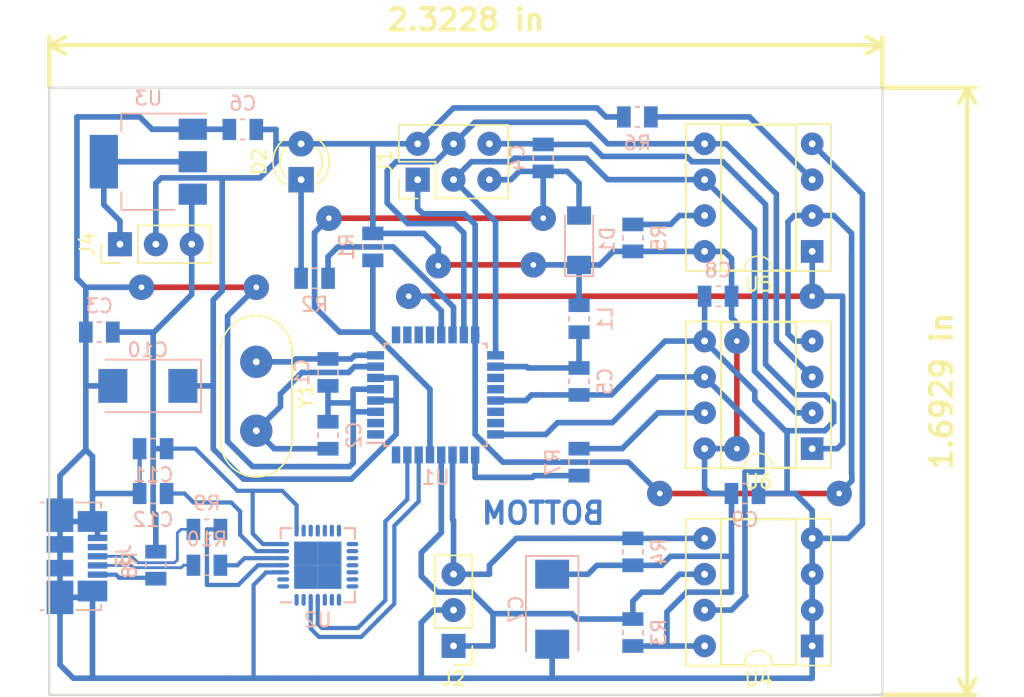
<source format=kicad_pcb>
(kicad_pcb (version 20171130) (host pcbnew no-vcs-found-81642dd~61~ubuntu17.10.1)

  (general
    (thickness 1.6)
    (drawings 12)
    (tracks 428)
    (zones 0)
    (modules 36)
    (nets 52)
  )

  (page A4)
  (layers
    (0 F.Cu signal)
    (31 B.Cu signal)
    (32 B.Adhes user)
    (33 F.Adhes user)
    (34 B.Paste user)
    (35 F.Paste user)
    (36 B.SilkS user hide)
    (37 F.SilkS user)
    (38 B.Mask user)
    (39 F.Mask user)
    (40 Dwgs.User user)
    (41 Cmts.User user)
    (42 Eco1.User user)
    (43 Eco2.User user)
    (44 Edge.Cuts user)
    (45 Margin user)
    (46 B.CrtYd user)
    (47 F.CrtYd user)
    (48 B.Fab user)
    (49 F.Fab user)
  )

  (setup
    (last_trace_width 0.4)
    (user_trace_width 0.2)
    (user_trace_width 0.3)
    (user_trace_width 0.4)
    (trace_clearance 0.15)
    (zone_clearance 0.508)
    (zone_45_only no)
    (trace_min 0.2)
    (segment_width 0.2)
    (edge_width 0.15)
    (via_size 1.8)
    (via_drill 0.4)
    (via_min_size 0.4)
    (via_min_drill 0.3)
    (user_via 1.6 0.5)
    (uvia_size 0.3)
    (uvia_drill 0.1)
    (uvias_allowed no)
    (uvia_min_size 0.2)
    (uvia_min_drill 0.1)
    (pcb_text_width 0.3)
    (pcb_text_size 1.5 1.5)
    (mod_edge_width 0.15)
    (mod_text_size 1 1)
    (mod_text_width 0.15)
    (pad_size 1.8 1.8)
    (pad_drill 0.4826)
    (pad_to_mask_clearance 0.2)
    (aux_axis_origin 0 0)
    (visible_elements FFFFFF7F)
    (pcbplotparams
      (layerselection 0x01000_fffffffe)
      (usegerberextensions false)
      (usegerberattributes false)
      (usegerberadvancedattributes false)
      (creategerberjobfile false)
      (excludeedgelayer true)
      (linewidth 0.100000)
      (plotframeref false)
      (viasonmask false)
      (mode 1)
      (useauxorigin false)
      (hpglpennumber 1)
      (hpglpenspeed 20)
      (hpglpendiameter 15)
      (psnegative false)
      (psa4output false)
      (plotreference true)
      (plotvalue true)
      (plotinvisibletext false)
      (padsonsilk false)
      (subtractmaskfromsilk false)
      (outputformat 5)
      (mirror false)
      (drillshape 0)
      (scaleselection 1)
      (outputdirectory ./))
  )

  (net 0 "")
  (net 1 "Net-(U1-Pad32)")
  (net 2 "Net-(U1-Pad26)")
  (net 3 "Net-(U1-Pad24)")
  (net 4 "Net-(U1-Pad23)")
  (net 5 "Net-(U1-Pad22)")
  (net 6 "Net-(U1-Pad20)")
  (net 7 "Net-(U1-Pad19)")
  (net 8 "Net-(U1-Pad13)")
  (net 9 "Net-(U1-Pad12)")
  (net 10 "Net-(U1-Pad11)")
  (net 11 "Net-(U1-Pad10)")
  (net 12 "Net-(U1-Pad9)")
  (net 13 "Net-(U1-Pad2)")
  (net 14 "Net-(U1-Pad1)")
  (net 15 GND)
  (net 16 /RES)
  (net 17 /MOSI)
  (net 18 /SCK)
  (net 19 /MISO)
  (net 20 "Net-(C1-Pad1)")
  (net 21 "Net-(C2-Pad1)")
  (net 22 "Net-(U2-Pad24)")
  (net 23 "Net-(U2-Pad23)")
  (net 24 "Net-(U2-Pad12)")
  (net 25 "Net-(U2-Pad11)")
  (net 26 "Net-(U2-Pad9)")
  (net 27 "Net-(U2-Pad1)")
  (net 28 VCC)
  (net 29 /SDA)
  (net 30 /SCL)
  (net 31 "Net-(R2-Pad2)")
  (net 32 "Net-(D2-Pad1)")
  (net 33 "Net-(C5-Pad2)")
  (net 34 "Net-(R5-Pad2)")
  (net 35 "Net-(R7-Pad1)")
  (net 36 "Net-(R7-Pad2)")
  (net 37 "Net-(R6-Pad2)")
  (net 38 /RX)
  (net 39 /TX)
  (net 40 "Net-(J3-Pad1)")
  (net 41 "Net-(J3-Pad3)")
  (net 42 "Net-(R9-Pad1)")
  (net 43 "Net-(R10-Pad1)")
  (net 44 "Net-(J3-Pad2)")
  (net 45 "Net-(J3-Pad4)")
  (net 46 "Net-(C11-Pad2)")
  (net 47 "Net-(U2-Pad2)")
  (net 48 "Net-(C12-Pad2)")
  (net 49 "Net-(U2-Pad27)")
  (net 50 "Net-(U2-Pad28)")
  (net 51 "Net-(J4-Pad1)")

  (net_class Default "This is the default net class."
    (clearance 0.15)
    (trace_width 0.4)
    (via_dia 1.8)
    (via_drill 0.4)
    (uvia_dia 0.3)
    (uvia_drill 0.1)
    (add_net /MISO)
    (add_net /MOSI)
    (add_net /RES)
    (add_net /RX)
    (add_net /SCK)
    (add_net /SCL)
    (add_net /SDA)
    (add_net /TX)
    (add_net GND)
    (add_net "Net-(C1-Pad1)")
    (add_net "Net-(C11-Pad2)")
    (add_net "Net-(C12-Pad2)")
    (add_net "Net-(C2-Pad1)")
    (add_net "Net-(C5-Pad2)")
    (add_net "Net-(D2-Pad1)")
    (add_net "Net-(J3-Pad1)")
    (add_net "Net-(J3-Pad2)")
    (add_net "Net-(J3-Pad3)")
    (add_net "Net-(J3-Pad4)")
    (add_net "Net-(J4-Pad1)")
    (add_net "Net-(R10-Pad1)")
    (add_net "Net-(R2-Pad2)")
    (add_net "Net-(R5-Pad2)")
    (add_net "Net-(R6-Pad2)")
    (add_net "Net-(R7-Pad1)")
    (add_net "Net-(R7-Pad2)")
    (add_net "Net-(R9-Pad1)")
    (add_net "Net-(U1-Pad1)")
    (add_net "Net-(U1-Pad10)")
    (add_net "Net-(U1-Pad11)")
    (add_net "Net-(U1-Pad12)")
    (add_net "Net-(U1-Pad13)")
    (add_net "Net-(U1-Pad19)")
    (add_net "Net-(U1-Pad2)")
    (add_net "Net-(U1-Pad20)")
    (add_net "Net-(U1-Pad22)")
    (add_net "Net-(U1-Pad23)")
    (add_net "Net-(U1-Pad24)")
    (add_net "Net-(U1-Pad26)")
    (add_net "Net-(U1-Pad32)")
    (add_net "Net-(U1-Pad9)")
    (add_net "Net-(U2-Pad1)")
    (add_net "Net-(U2-Pad11)")
    (add_net "Net-(U2-Pad12)")
    (add_net "Net-(U2-Pad2)")
    (add_net "Net-(U2-Pad23)")
    (add_net "Net-(U2-Pad24)")
    (add_net "Net-(U2-Pad27)")
    (add_net "Net-(U2-Pad28)")
    (add_net "Net-(U2-Pad9)")
    (add_net VCC)
  )

  (net_class Thin ""
    (clearance 0.15)
    (trace_width 0.3)
    (via_dia 1.8)
    (via_drill 0.4)
    (uvia_dia 0.3)
    (uvia_drill 0.1)
  )

  (module Connector_PinHeader_2.54mm:PinHeader_1x03_P2.54mm_Vertical (layer F.Cu) (tedit 59FED5CC) (tstamp 5A61E574)
    (at 191.008 101.092 90)
    (descr "Through hole straight pin header, 1x03, 2.54mm pitch, single row")
    (tags "Through hole pin header THT 1x03 2.54mm single row")
    (path /5A6F4DA8)
    (fp_text reference J4 (at 0 -2.33 90) (layer F.SilkS)
      (effects (font (size 1 1) (thickness 0.15)))
    )
    (fp_text value PWR (at 0 7.41 90) (layer F.Fab)
      (effects (font (size 1 1) (thickness 0.15)))
    )
    (fp_line (start -0.635 -1.27) (end 1.27 -1.27) (layer F.Fab) (width 0.1))
    (fp_line (start 1.27 -1.27) (end 1.27 6.35) (layer F.Fab) (width 0.1))
    (fp_line (start 1.27 6.35) (end -1.27 6.35) (layer F.Fab) (width 0.1))
    (fp_line (start -1.27 6.35) (end -1.27 -0.635) (layer F.Fab) (width 0.1))
    (fp_line (start -1.27 -0.635) (end -0.635 -1.27) (layer F.Fab) (width 0.1))
    (fp_line (start -1.33 6.41) (end 1.33 6.41) (layer F.SilkS) (width 0.12))
    (fp_line (start -1.33 1.27) (end -1.33 6.41) (layer F.SilkS) (width 0.12))
    (fp_line (start 1.33 1.27) (end 1.33 6.41) (layer F.SilkS) (width 0.12))
    (fp_line (start -1.33 1.27) (end 1.33 1.27) (layer F.SilkS) (width 0.12))
    (fp_line (start -1.33 0) (end -1.33 -1.33) (layer F.SilkS) (width 0.12))
    (fp_line (start -1.33 -1.33) (end 0 -1.33) (layer F.SilkS) (width 0.12))
    (fp_line (start -1.8 -1.8) (end -1.8 6.85) (layer F.CrtYd) (width 0.05))
    (fp_line (start -1.8 6.85) (end 1.8 6.85) (layer F.CrtYd) (width 0.05))
    (fp_line (start 1.8 6.85) (end 1.8 -1.8) (layer F.CrtYd) (width 0.05))
    (fp_line (start 1.8 -1.8) (end -1.8 -1.8) (layer F.CrtYd) (width 0.05))
    (fp_text user %R (at 0 2.54 180) (layer F.Fab)
      (effects (font (size 1 1) (thickness 0.15)))
    )
    (pad 1 thru_hole rect (at 0 0 90) (size 1.7 1.7) (drill 0.4826) (layers *.Cu *.Mask)
      (net 51 "Net-(J4-Pad1)"))
    (pad 2 thru_hole oval (at 0 2.54 90) (size 1.7 1.7) (drill 0.4826) (layers *.Cu *.Mask)
      (net 28 VCC))
    (pad 3 thru_hole oval (at 0 5.08 90) (size 1.7 1.7) (drill 0.4826) (layers *.Cu *.Mask)
      (net 46 "Net-(C11-Pad2)"))
    (model ${KISYS3DMOD}/Connector_PinHeader_2.54mm.3dshapes/PinHeader_1x03_P2.54mm_Vertical.wrl
      (at (xyz 0 0 0))
      (scale (xyz 1 1 1))
      (rotate (xyz 0 0 0))
    )
  )

  (module Capacitor_Tantalum_SMD:CP_EIA-6032-28_Kemet-C (layer B.Cu) (tedit 5A1ED0F1) (tstamp 5A61D6DD)
    (at 221.615 126.94 270)
    (descr "Tantalum Capacitor SMD Kemet-C (6032-28 Metric), IPC_7351 nominal, (Body size from: http://www.kemet.com/Lists/ProductCatalog/Attachments/253/KEM_TC101_STD.pdf), generated with kicad-footprint-generator")
    (tags "capacitor tantalum")
    (path /5A5E43F9)
    (attr smd)
    (fp_text reference C7 (at 0 2.55 270) (layer B.SilkS)
      (effects (font (size 1 1) (thickness 0.15)) (justify mirror))
    )
    (fp_text value 10u (at 0 -2.55 270) (layer B.Fab)
      (effects (font (size 1 1) (thickness 0.15)) (justify mirror))
    )
    (fp_text user %R (at 0 0 270) (layer B.Fab)
      (effects (font (size 1 1) (thickness 0.15)) (justify mirror))
    )
    (fp_line (start 3.76 -1.85) (end -3.76 -1.85) (layer B.CrtYd) (width 0.05))
    (fp_line (start 3.76 1.85) (end 3.76 -1.85) (layer B.CrtYd) (width 0.05))
    (fp_line (start -3.76 1.85) (end 3.76 1.85) (layer B.CrtYd) (width 0.05))
    (fp_line (start -3.76 -1.85) (end -3.76 1.85) (layer B.CrtYd) (width 0.05))
    (fp_line (start -3.77 -1.86) (end 3 -1.86) (layer B.SilkS) (width 0.12))
    (fp_line (start -3.77 1.86) (end -3.77 -1.86) (layer B.SilkS) (width 0.12))
    (fp_line (start 3 1.86) (end -3.77 1.86) (layer B.SilkS) (width 0.12))
    (fp_line (start 3 -1.6) (end 3 1.6) (layer B.Fab) (width 0.1))
    (fp_line (start -3 -1.6) (end 3 -1.6) (layer B.Fab) (width 0.1))
    (fp_line (start -3 0.8) (end -3 -1.6) (layer B.Fab) (width 0.1))
    (fp_line (start -2.2 1.6) (end -3 0.8) (layer B.Fab) (width 0.1))
    (fp_line (start 3 1.6) (end -2.2 1.6) (layer B.Fab) (width 0.1))
    (pad 2 smd rect (at 2.48 0 270) (size 2.06 2.4) (layers B.Cu B.Paste B.Mask)
      (net 15 GND))
    (pad 1 smd rect (at -2.48 0 270) (size 2.06 2.4) (layers B.Cu B.Paste B.Mask)
      (net 28 VCC))
    (model ${KISYS3DMOD}/Capacitor_Tantalum_SMD.3dshapes/CP_EIA-6032-28_Kemet-C.wrl
      (at (xyz 0 0 0))
      (scale (xyz 1 1 1))
      (rotate (xyz 0 0 0))
    )
  )

  (module Capacitor_Tantalum_SMD:CP_EIA-6032-28_Kemet-C (layer B.Cu) (tedit 5A1ED0F1) (tstamp 5A61D6CA)
    (at 192.98 111.125 180)
    (descr "Tantalum Capacitor SMD Kemet-C (6032-28 Metric), IPC_7351 nominal, (Body size from: http://www.kemet.com/Lists/ProductCatalog/Attachments/253/KEM_TC101_STD.pdf), generated with kicad-footprint-generator")
    (tags "capacitor tantalum")
    (path /5A69750F)
    (attr smd)
    (fp_text reference C10 (at 0 2.55 180) (layer B.SilkS)
      (effects (font (size 1 1) (thickness 0.15)) (justify mirror))
    )
    (fp_text value 10u (at 0 -2.55 180) (layer B.Fab)
      (effects (font (size 1 1) (thickness 0.15)) (justify mirror))
    )
    (fp_line (start 3 1.6) (end -2.2 1.6) (layer B.Fab) (width 0.1))
    (fp_line (start -2.2 1.6) (end -3 0.8) (layer B.Fab) (width 0.1))
    (fp_line (start -3 0.8) (end -3 -1.6) (layer B.Fab) (width 0.1))
    (fp_line (start -3 -1.6) (end 3 -1.6) (layer B.Fab) (width 0.1))
    (fp_line (start 3 -1.6) (end 3 1.6) (layer B.Fab) (width 0.1))
    (fp_line (start 3 1.86) (end -3.77 1.86) (layer B.SilkS) (width 0.12))
    (fp_line (start -3.77 1.86) (end -3.77 -1.86) (layer B.SilkS) (width 0.12))
    (fp_line (start -3.77 -1.86) (end 3 -1.86) (layer B.SilkS) (width 0.12))
    (fp_line (start -3.76 -1.85) (end -3.76 1.85) (layer B.CrtYd) (width 0.05))
    (fp_line (start -3.76 1.85) (end 3.76 1.85) (layer B.CrtYd) (width 0.05))
    (fp_line (start 3.76 1.85) (end 3.76 -1.85) (layer B.CrtYd) (width 0.05))
    (fp_line (start 3.76 -1.85) (end -3.76 -1.85) (layer B.CrtYd) (width 0.05))
    (fp_text user %R (at 0 0 180) (layer B.Fab)
      (effects (font (size 1 1) (thickness 0.15)) (justify mirror))
    )
    (pad 1 smd rect (at -2.48 0 180) (size 2.06 2.4) (layers B.Cu B.Paste B.Mask)
      (net 28 VCC))
    (pad 2 smd rect (at 2.48 0 180) (size 2.06 2.4) (layers B.Cu B.Paste B.Mask)
      (net 15 GND))
    (model ${KISYS3DMOD}/Capacitor_Tantalum_SMD.3dshapes/CP_EIA-6032-28_Kemet-C.wrl
      (at (xyz 0 0 0))
      (scale (xyz 1 1 1))
      (rotate (xyz 0 0 0))
    )
  )

  (module Capacitor_SMD:C_0805_2012Metric (layer B.Cu) (tedit 59FE48B8) (tstamp 5A612CC2)
    (at 193.355 118.745)
    (descr "Capacitor SMD 0805 (2012 Metric), square (rectangular) end terminal, IPC_7351 nominal, (Body size source: http://www.tortai-tech.com/upload/download/2011102023233369053.pdf), generated with kicad-footprint-generator")
    (tags capacitor)
    (path /5A6C129D)
    (attr smd)
    (fp_text reference C12 (at 0 1.85) (layer B.SilkS)
      (effects (font (size 1 1) (thickness 0.15)) (justify mirror))
    )
    (fp_text value 100n (at 0 -1.85) (layer B.Fab)
      (effects (font (size 1 1) (thickness 0.15)) (justify mirror))
    )
    (fp_text user %R (at 0 0) (layer B.Fab)
      (effects (font (size 0.5 0.5) (thickness 0.08)) (justify mirror))
    )
    (fp_line (start 1.69 -1) (end -1.69 -1) (layer B.CrtYd) (width 0.05))
    (fp_line (start 1.69 1) (end 1.69 -1) (layer B.CrtYd) (width 0.05))
    (fp_line (start -1.69 1) (end 1.69 1) (layer B.CrtYd) (width 0.05))
    (fp_line (start -1.69 -1) (end -1.69 1) (layer B.CrtYd) (width 0.05))
    (fp_line (start -0.15 -0.71) (end 0.15 -0.71) (layer B.SilkS) (width 0.12))
    (fp_line (start -0.15 0.71) (end 0.15 0.71) (layer B.SilkS) (width 0.12))
    (fp_line (start 1 -0.6) (end -1 -0.6) (layer B.Fab) (width 0.1))
    (fp_line (start 1 0.6) (end 1 -0.6) (layer B.Fab) (width 0.1))
    (fp_line (start -1 0.6) (end 1 0.6) (layer B.Fab) (width 0.1))
    (fp_line (start -1 -0.6) (end -1 0.6) (layer B.Fab) (width 0.1))
    (pad 2 smd rect (at 0.955 0) (size 0.97 1.5) (layers B.Cu B.Paste B.Mask)
      (net 48 "Net-(C12-Pad2)"))
    (pad 1 smd rect (at -0.955 0) (size 0.97 1.5) (layers B.Cu B.Paste B.Mask)
      (net 15 GND))
    (model ${KISYS3DMOD}/Capacitor_SMD.3dshapes/C_0805_2012Metric.wrl
      (at (xyz 0 0 0))
      (scale (xyz 1 1 1))
      (rotate (xyz 0 0 0))
    )
  )

  (module Capacitor_SMD:C_0805_2012Metric (layer B.Cu) (tedit 59FE48B8) (tstamp 5A612CB1)
    (at 193.355 115.57)
    (descr "Capacitor SMD 0805 (2012 Metric), square (rectangular) end terminal, IPC_7351 nominal, (Body size source: http://www.tortai-tech.com/upload/download/2011102023233369053.pdf), generated with kicad-footprint-generator")
    (tags capacitor)
    (path /5A6B956D)
    (attr smd)
    (fp_text reference C11 (at 0 1.85) (layer B.SilkS)
      (effects (font (size 1 1) (thickness 0.15)) (justify mirror))
    )
    (fp_text value 100n (at 0 -1.85) (layer B.Fab)
      (effects (font (size 1 1) (thickness 0.15)) (justify mirror))
    )
    (fp_line (start -1 -0.6) (end -1 0.6) (layer B.Fab) (width 0.1))
    (fp_line (start -1 0.6) (end 1 0.6) (layer B.Fab) (width 0.1))
    (fp_line (start 1 0.6) (end 1 -0.6) (layer B.Fab) (width 0.1))
    (fp_line (start 1 -0.6) (end -1 -0.6) (layer B.Fab) (width 0.1))
    (fp_line (start -0.15 0.71) (end 0.15 0.71) (layer B.SilkS) (width 0.12))
    (fp_line (start -0.15 -0.71) (end 0.15 -0.71) (layer B.SilkS) (width 0.12))
    (fp_line (start -1.69 -1) (end -1.69 1) (layer B.CrtYd) (width 0.05))
    (fp_line (start -1.69 1) (end 1.69 1) (layer B.CrtYd) (width 0.05))
    (fp_line (start 1.69 1) (end 1.69 -1) (layer B.CrtYd) (width 0.05))
    (fp_line (start 1.69 -1) (end -1.69 -1) (layer B.CrtYd) (width 0.05))
    (fp_text user %R (at 0 0) (layer B.Fab)
      (effects (font (size 0.5 0.5) (thickness 0.08)) (justify mirror))
    )
    (pad 1 smd rect (at -0.955 0) (size 0.97 1.5) (layers B.Cu B.Paste B.Mask)
      (net 15 GND))
    (pad 2 smd rect (at 0.955 0) (size 0.97 1.5) (layers B.Cu B.Paste B.Mask)
      (net 46 "Net-(C11-Pad2)"))
    (model ${KISYS3DMOD}/Capacitor_SMD.3dshapes/C_0805_2012Metric.wrl
      (at (xyz 0 0 0))
      (scale (xyz 1 1 1))
      (rotate (xyz 0 0 0))
    )
  )

  (module Connector_USB:USB_Micro-B_Molex_47346-0001 (layer B.Cu) (tedit 5A1DC0BD) (tstamp 5A62EA95)
    (at 187.96 123.19 90)
    (descr "Micro USB B receptable with flange, bottom-mount, SMD, right-angle (http://www.molex.com/pdm_docs/sd/473460001_sd.pdf)")
    (tags "Micro B USB SMD")
    (path /5A620A1C)
    (attr smd)
    (fp_text reference J3 (at 0 3.3 -90) (layer B.SilkS)
      (effects (font (size 1 1) (thickness 0.15)) (justify mirror))
    )
    (fp_text value USB_B_Micro (at 0 -4.6 -90) (layer B.Fab)
      (effects (font (size 1 1) (thickness 0.15)) (justify mirror))
    )
    (fp_text user "PCB Edge" (at 0 -2.67 -90) (layer Dwgs.User)
      (effects (font (size 0.4 0.4) (thickness 0.04)))
    )
    (fp_text user %R (at 0 -1.2 90) (layer B.Fab)
      (effects (font (size 1 1) (thickness 0.15)) (justify mirror))
    )
    (fp_line (start 3.81 1.71) (end 3.43 1.71) (layer B.SilkS) (width 0.12))
    (fp_line (start 4.6 -3.9) (end -4.6 -3.9) (layer B.CrtYd) (width 0.05))
    (fp_line (start 4.6 2.7) (end 4.6 -3.9) (layer B.CrtYd) (width 0.05))
    (fp_line (start -4.6 2.7) (end 4.6 2.7) (layer B.CrtYd) (width 0.05))
    (fp_line (start -4.6 -3.9) (end -4.6 2.7) (layer B.CrtYd) (width 0.05))
    (fp_line (start 3.75 -3.35) (end -3.75 -3.35) (layer B.Fab) (width 0.1))
    (fp_line (start 3.75 1.65) (end 3.75 -3.35) (layer B.Fab) (width 0.1))
    (fp_line (start -3.75 1.65) (end 3.75 1.65) (layer B.Fab) (width 0.1))
    (fp_line (start -3.75 -3.35) (end -3.75 1.65) (layer B.Fab) (width 0.1))
    (fp_line (start 3.81 -2.34) (end 3.81 -2.6) (layer B.SilkS) (width 0.12))
    (fp_line (start 3.81 1.71) (end 3.81 -0.06) (layer B.SilkS) (width 0.12))
    (fp_line (start -3.81 1.71) (end -3.43 1.71) (layer B.SilkS) (width 0.12))
    (fp_line (start -3.81 -0.06) (end -3.81 1.71) (layer B.SilkS) (width 0.12))
    (fp_line (start -3.81 -2.6) (end -3.81 -2.34) (layer B.SilkS) (width 0.12))
    (fp_line (start -3.25 -2.65) (end 3.25 -2.65) (layer B.Fab) (width 0.1))
    (pad 1 smd rect (at -1.3 1.46 90) (size 0.45 1.38) (layers B.Cu B.Paste B.Mask)
      (net 40 "Net-(J3-Pad1)"))
    (pad 2 smd rect (at -0.65 1.46 90) (size 0.45 1.38) (layers B.Cu B.Paste B.Mask)
      (net 44 "Net-(J3-Pad2)"))
    (pad 3 smd rect (at 0 1.46 90) (size 0.45 1.38) (layers B.Cu B.Paste B.Mask)
      (net 41 "Net-(J3-Pad3)"))
    (pad 4 smd rect (at 0.65 1.46 90) (size 0.45 1.38) (layers B.Cu B.Paste B.Mask)
      (net 45 "Net-(J3-Pad4)"))
    (pad 5 smd rect (at 1.3 1.46 90) (size 0.45 1.38) (layers B.Cu B.Paste B.Mask)
      (net 15 GND))
    (pad 6 smd rect (at -2.4625 1.1 90) (size 1.475 2.1) (layers B.Cu B.Paste B.Mask)
      (net 15 GND))
    (pad 6 smd rect (at 2.4625 1.1 90) (size 1.475 2.1) (layers B.Cu B.Paste B.Mask)
      (net 15 GND))
    (pad 6 smd rect (at -2.91 -1.2 90) (size 2.375 1.9) (layers B.Cu B.Paste B.Mask)
      (net 15 GND))
    (pad 6 smd rect (at 2.91 -1.2 90) (size 2.375 1.9) (layers B.Cu B.Paste B.Mask)
      (net 15 GND))
    (pad 6 smd rect (at -0.84 -1.2 90) (size 1.175 1.9) (layers B.Cu B.Paste B.Mask)
      (net 15 GND))
    (pad 6 smd rect (at 0.84 -1.2 90) (size 1.175 1.9) (layers B.Cu B.Paste B.Mask)
      (net 15 GND))
    (model ${KISYS3DMOD}/Connector_USB.3dshapes/USB_Micro-B_Molex_47346-0001.wrl
      (at (xyz 0 0 0))
      (scale (xyz 1 1 1))
      (rotate (xyz 0 0 0))
    )
  )

  (module Resistor_SMD:R_0805_2012Metric (layer B.Cu) (tedit 59FE48B8) (tstamp 5A62E7A5)
    (at 197.165 123.825 180)
    (descr "Resistor SMD 0805 (2012 Metric), square (rectangular) end terminal, IPC_7351 nominal, (Body size source: http://www.tortai-tech.com/upload/download/2011102023233369053.pdf), generated with kicad-footprint-generator")
    (tags resistor)
    (path /5A63E9A6)
    (attr smd)
    (fp_text reference R10 (at 0 1.85 180) (layer B.SilkS)
      (effects (font (size 1 1) (thickness 0.15)) (justify mirror))
    )
    (fp_text value 30 (at 0 -1.85 180) (layer B.Fab)
      (effects (font (size 1 1) (thickness 0.15)) (justify mirror))
    )
    (fp_line (start -1 -0.6) (end -1 0.6) (layer B.Fab) (width 0.1))
    (fp_line (start -1 0.6) (end 1 0.6) (layer B.Fab) (width 0.1))
    (fp_line (start 1 0.6) (end 1 -0.6) (layer B.Fab) (width 0.1))
    (fp_line (start 1 -0.6) (end -1 -0.6) (layer B.Fab) (width 0.1))
    (fp_line (start -0.15 0.71) (end 0.15 0.71) (layer B.SilkS) (width 0.12))
    (fp_line (start -0.15 -0.71) (end 0.15 -0.71) (layer B.SilkS) (width 0.12))
    (fp_line (start -1.69 -1) (end -1.69 1) (layer B.CrtYd) (width 0.05))
    (fp_line (start -1.69 1) (end 1.69 1) (layer B.CrtYd) (width 0.05))
    (fp_line (start 1.69 1) (end 1.69 -1) (layer B.CrtYd) (width 0.05))
    (fp_line (start 1.69 -1) (end -1.69 -1) (layer B.CrtYd) (width 0.05))
    (fp_text user %R (at 0 0 180) (layer B.Fab)
      (effects (font (size 0.5 0.5) (thickness 0.08)) (justify mirror))
    )
    (pad 1 smd rect (at -0.955 0 180) (size 0.97 1.5) (layers B.Cu B.Paste B.Mask)
      (net 43 "Net-(R10-Pad1)"))
    (pad 2 smd rect (at 0.955 0 180) (size 0.97 1.5) (layers B.Cu B.Paste B.Mask)
      (net 44 "Net-(J3-Pad2)"))
    (model ${KISYS3DMOD}/Resistor_SMD.3dshapes/R_0805_2012Metric.wrl
      (at (xyz 0 0 0))
      (scale (xyz 1 1 1))
      (rotate (xyz 0 0 0))
    )
  )

  (module Resistor_SMD:R_0805_2012Metric (layer B.Cu) (tedit 59FE48B8) (tstamp 5A62E794)
    (at 197.165 121.285 180)
    (descr "Resistor SMD 0805 (2012 Metric), square (rectangular) end terminal, IPC_7351 nominal, (Body size source: http://www.tortai-tech.com/upload/download/2011102023233369053.pdf), generated with kicad-footprint-generator")
    (tags resistor)
    (path /5A63257E)
    (attr smd)
    (fp_text reference R9 (at 0 1.85 180) (layer B.SilkS)
      (effects (font (size 1 1) (thickness 0.15)) (justify mirror))
    )
    (fp_text value 30 (at 0 -1.85 180) (layer B.Fab)
      (effects (font (size 1 1) (thickness 0.15)) (justify mirror))
    )
    (fp_text user %R (at 0 -0.325691 180) (layer B.Fab)
      (effects (font (size 0.5 0.5) (thickness 0.08)) (justify mirror))
    )
    (fp_line (start 1.69 -1) (end -1.69 -1) (layer B.CrtYd) (width 0.05))
    (fp_line (start 1.69 1) (end 1.69 -1) (layer B.CrtYd) (width 0.05))
    (fp_line (start -1.69 1) (end 1.69 1) (layer B.CrtYd) (width 0.05))
    (fp_line (start -1.69 -1) (end -1.69 1) (layer B.CrtYd) (width 0.05))
    (fp_line (start -0.15 -0.71) (end 0.15 -0.71) (layer B.SilkS) (width 0.12))
    (fp_line (start -0.15 0.71) (end 0.15 0.71) (layer B.SilkS) (width 0.12))
    (fp_line (start 1 -0.6) (end -1 -0.6) (layer B.Fab) (width 0.1))
    (fp_line (start 1 0.6) (end 1 -0.6) (layer B.Fab) (width 0.1))
    (fp_line (start -1 0.6) (end 1 0.6) (layer B.Fab) (width 0.1))
    (fp_line (start -1 -0.6) (end -1 0.6) (layer B.Fab) (width 0.1))
    (pad 2 smd rect (at 0.955 0 180) (size 0.97 1.5) (layers B.Cu B.Paste B.Mask)
      (net 41 "Net-(J3-Pad3)"))
    (pad 1 smd rect (at -0.955 0 180) (size 0.97 1.5) (layers B.Cu B.Paste B.Mask)
      (net 42 "Net-(R9-Pad1)"))
    (model ${KISYS3DMOD}/Resistor_SMD.3dshapes/R_0805_2012Metric.wrl
      (at (xyz 0 0 0))
      (scale (xyz 1 1 1))
      (rotate (xyz 0 0 0))
    )
  )

  (module Resistor_SMD:R_0805_2012Metric (layer B.Cu) (tedit 59FE48B8) (tstamp 5A62E783)
    (at 193.548 123.8225 270)
    (descr "Resistor SMD 0805 (2012 Metric), square (rectangular) end terminal, IPC_7351 nominal, (Body size source: http://www.tortai-tech.com/upload/download/2011102023233369053.pdf), generated with kicad-footprint-generator")
    (tags resistor)
    (path /5A64B438)
    (attr smd)
    (fp_text reference R8 (at 0 1.85 270) (layer B.SilkS)
      (effects (font (size 1 1) (thickness 0.15)) (justify mirror))
    )
    (fp_text value 0 (at 0 -1.85 270) (layer B.Fab)
      (effects (font (size 1 1) (thickness 0.15)) (justify mirror))
    )
    (fp_line (start -1 -0.6) (end -1 0.6) (layer B.Fab) (width 0.1))
    (fp_line (start -1 0.6) (end 1 0.6) (layer B.Fab) (width 0.1))
    (fp_line (start 1 0.6) (end 1 -0.6) (layer B.Fab) (width 0.1))
    (fp_line (start 1 -0.6) (end -1 -0.6) (layer B.Fab) (width 0.1))
    (fp_line (start -0.15 0.71) (end 0.15 0.71) (layer B.SilkS) (width 0.12))
    (fp_line (start -0.15 -0.71) (end 0.15 -0.71) (layer B.SilkS) (width 0.12))
    (fp_line (start -1.69 -1) (end -1.69 1) (layer B.CrtYd) (width 0.05))
    (fp_line (start -1.69 1) (end 1.69 1) (layer B.CrtYd) (width 0.05))
    (fp_line (start 1.69 1) (end 1.69 -1) (layer B.CrtYd) (width 0.05))
    (fp_line (start 1.69 -1) (end -1.69 -1) (layer B.CrtYd) (width 0.05))
    (fp_text user %R (at 0 0 270) (layer B.Fab)
      (effects (font (size 0.5 0.5) (thickness 0.08)) (justify mirror))
    )
    (pad 1 smd rect (at -0.955 0 270) (size 0.97 1.5) (layers B.Cu B.Paste B.Mask)
      (net 46 "Net-(C11-Pad2)"))
    (pad 2 smd rect (at 0.955 0 270) (size 0.97 1.5) (layers B.Cu B.Paste B.Mask)
      (net 40 "Net-(J3-Pad1)"))
    (model ${KISYS3DMOD}/Resistor_SMD.3dshapes/R_0805_2012Metric.wrl
      (at (xyz 0 0 0))
      (scale (xyz 1 1 1))
      (rotate (xyz 0 0 0))
    )
  )

  (module Package_DIP:DIP-8_W7.62mm_Socket (layer F.Cu) (tedit 5A5E2A81) (tstamp 5A5FAC63)
    (at 240.03 101.6 180)
    (descr "8-lead though-hole mounted DIP package, row spacing 7.62 mm (300 mils), Socket")
    (tags "THT DIP DIL PDIP 2.54mm 7.62mm 300mil Socket")
    (path /5A62C605)
    (fp_text reference U5 (at 3.81 -2.33 180) (layer F.SilkS)
      (effects (font (size 1 1) (thickness 0.15)))
    )
    (fp_text value SPI_FLASH (at 3.81 9.95 180) (layer F.Fab)
      (effects (font (size 1 1) (thickness 0.15)))
    )
    (fp_text user %R (at 3.81 3.81 180) (layer F.Fab)
      (effects (font (size 1 1) (thickness 0.15)))
    )
    (fp_line (start 9.15 -1.6) (end -1.55 -1.6) (layer F.CrtYd) (width 0.05))
    (fp_line (start 9.15 9.2) (end 9.15 -1.6) (layer F.CrtYd) (width 0.05))
    (fp_line (start -1.55 9.2) (end 9.15 9.2) (layer F.CrtYd) (width 0.05))
    (fp_line (start -1.55 -1.6) (end -1.55 9.2) (layer F.CrtYd) (width 0.05))
    (fp_line (start 8.95 -1.39) (end -1.33 -1.39) (layer F.SilkS) (width 0.12))
    (fp_line (start 8.95 9.01) (end 8.95 -1.39) (layer F.SilkS) (width 0.12))
    (fp_line (start -1.33 9.01) (end 8.95 9.01) (layer F.SilkS) (width 0.12))
    (fp_line (start -1.33 -1.39) (end -1.33 9.01) (layer F.SilkS) (width 0.12))
    (fp_line (start 6.46 -1.33) (end 4.81 -1.33) (layer F.SilkS) (width 0.12))
    (fp_line (start 6.46 8.95) (end 6.46 -1.33) (layer F.SilkS) (width 0.12))
    (fp_line (start 1.16 8.95) (end 6.46 8.95) (layer F.SilkS) (width 0.12))
    (fp_line (start 1.16 -1.33) (end 1.16 8.95) (layer F.SilkS) (width 0.12))
    (fp_line (start 2.81 -1.33) (end 1.16 -1.33) (layer F.SilkS) (width 0.12))
    (fp_line (start 8.89 -1.33) (end -1.27 -1.33) (layer F.Fab) (width 0.1))
    (fp_line (start 8.89 8.95) (end 8.89 -1.33) (layer F.Fab) (width 0.1))
    (fp_line (start -1.27 8.95) (end 8.89 8.95) (layer F.Fab) (width 0.1))
    (fp_line (start -1.27 -1.33) (end -1.27 8.95) (layer F.Fab) (width 0.1))
    (fp_line (start 0.635 -0.27) (end 1.635 -1.27) (layer F.Fab) (width 0.1))
    (fp_line (start 0.635 8.89) (end 0.635 -0.27) (layer F.Fab) (width 0.1))
    (fp_line (start 6.985 8.89) (end 0.635 8.89) (layer F.Fab) (width 0.1))
    (fp_line (start 6.985 -1.27) (end 6.985 8.89) (layer F.Fab) (width 0.1))
    (fp_line (start 1.635 -1.27) (end 6.985 -1.27) (layer F.Fab) (width 0.1))
    (fp_arc (start 3.81 -1.33) (end 2.81 -1.33) (angle -180) (layer F.SilkS) (width 0.12))
    (pad 8 thru_hole oval (at 7.62 0 180) (size 1.6 1.6) (drill 0.4826) (layers *.Cu *.Mask)
      (net 28 VCC))
    (pad 4 thru_hole oval (at 0 7.62 180) (size 1.6 1.6) (drill 0.4826) (layers *.Cu *.Mask)
      (net 15 GND))
    (pad 7 thru_hole oval (at 7.62 2.54 180) (size 1.6 1.6) (drill 0.4826) (layers *.Cu *.Mask)
      (net 34 "Net-(R5-Pad2)"))
    (pad 3 thru_hole oval (at 0 5.08 180) (size 1.6 1.6) (drill 0.4826) (layers *.Cu *.Mask)
      (net 37 "Net-(R6-Pad2)"))
    (pad 6 thru_hole oval (at 7.62 5.08 180) (size 1.6 1.6) (drill 0.4826) (layers *.Cu *.Mask)
      (net 18 /SCK))
    (pad 2 thru_hole oval (at 0 2.54 180) (size 1.6 1.6) (drill 0.4826) (layers *.Cu *.Mask)
      (net 19 /MISO))
    (pad 5 thru_hole oval (at 7.62 7.62 180) (size 1.6 1.6) (drill 0.4826) (layers *.Cu *.Mask)
      (net 17 /MOSI))
    (pad 1 thru_hole rect (at 0 0 180) (size 1.6 1.6) (drill 0.4826) (layers *.Cu *.Mask)
      (net 8 "Net-(U1-Pad13)"))
    (model ${KISYS3DMOD}/Package_DIP.3dshapes/DIP-8_W7.62mm_Socket.wrl
      (at (xyz 0 0 0))
      (scale (xyz 1 1 1))
      (rotate (xyz 0 0 0))
    )
  )

  (module Package_DFN_QFN:QFN-28-1EP_5x5mm_P0.5mm (layer B.Cu) (tedit 5A0AA2C0) (tstamp 5A62B529)
    (at 205.015 123.825)
    (descr "28-Lead Plastic Quad Flat, No Lead Package (MQ) - 5x5x0.9 mm Body [QFN or VQFN]; (see Microchip Packaging Specification 00000049BS.pdf)")
    (tags "QFN 0.5")
    (path /5A625495)
    (attr smd)
    (fp_text reference U2 (at 0 3.875) (layer B.SilkS)
      (effects (font (size 1 1) (thickness 0.15)) (justify mirror))
    )
    (fp_text value CP2102 (at 0 -3.875) (layer B.Fab)
      (effects (font (size 1 1) (thickness 0.15)) (justify mirror))
    )
    (fp_text user %R (at 0 0) (layer B.Fab)
      (effects (font (size 1 1) (thickness 0.15)) (justify mirror))
    )
    (fp_line (start -1.5 2.5) (end 2.5 2.5) (layer B.Fab) (width 0.15))
    (fp_line (start 2.5 2.5) (end 2.5 -2.5) (layer B.Fab) (width 0.15))
    (fp_line (start 2.5 -2.5) (end -2.5 -2.5) (layer B.Fab) (width 0.15))
    (fp_line (start -2.5 -2.5) (end -2.5 1.5) (layer B.Fab) (width 0.15))
    (fp_line (start -2.5 1.5) (end -1.5 2.5) (layer B.Fab) (width 0.15))
    (fp_line (start -3.15 3.15) (end -3.15 -3.15) (layer B.CrtYd) (width 0.05))
    (fp_line (start 3.15 3.15) (end 3.15 -3.15) (layer B.CrtYd) (width 0.05))
    (fp_line (start -3.15 3.15) (end 3.15 3.15) (layer B.CrtYd) (width 0.05))
    (fp_line (start -3.15 -3.15) (end 3.15 -3.15) (layer B.CrtYd) (width 0.05))
    (fp_line (start 2.625 2.625) (end 2.625 1.875) (layer B.SilkS) (width 0.15))
    (fp_line (start -2.625 -2.625) (end -2.625 -1.875) (layer B.SilkS) (width 0.15))
    (fp_line (start 2.625 -2.625) (end 2.625 -1.875) (layer B.SilkS) (width 0.15))
    (fp_line (start -2.625 2.625) (end -1.875 2.625) (layer B.SilkS) (width 0.15))
    (fp_line (start -2.625 -2.625) (end -1.875 -2.625) (layer B.SilkS) (width 0.15))
    (fp_line (start 2.625 -2.625) (end 1.875 -2.625) (layer B.SilkS) (width 0.15))
    (fp_line (start 2.625 2.625) (end 1.875 2.625) (layer B.SilkS) (width 0.15))
    (pad 1 smd oval (at -2.45 1.5) (size 0.85 0.3) (layers B.Cu B.Paste B.Mask)
      (net 27 "Net-(U2-Pad1)"))
    (pad 2 smd oval (at -2.45 1) (size 0.85 0.3) (layers B.Cu B.Paste B.Mask)
      (net 47 "Net-(U2-Pad2)"))
    (pad 3 smd oval (at -2.45 0.5) (size 0.85 0.3) (layers B.Cu B.Paste B.Mask)
      (net 15 GND))
    (pad 4 smd oval (at -2.45 0) (size 0.85 0.3) (layers B.Cu B.Paste B.Mask)
      (net 42 "Net-(R9-Pad1)"))
    (pad 5 smd oval (at -2.45 -0.5) (size 0.85 0.3) (layers B.Cu B.Paste B.Mask)
      (net 43 "Net-(R10-Pad1)"))
    (pad 6 smd oval (at -2.45 -1) (size 0.85 0.3) (layers B.Cu B.Paste B.Mask)
      (net 48 "Net-(C12-Pad2)"))
    (pad 7 smd oval (at -2.45 -1.5) (size 0.85 0.3) (layers B.Cu B.Paste B.Mask)
      (net 46 "Net-(C11-Pad2)"))
    (pad 8 smd oval (at -1.5 -2.45 270) (size 0.85 0.3) (layers B.Cu B.Paste B.Mask)
      (net 46 "Net-(C11-Pad2)"))
    (pad 9 smd oval (at -1 -2.45 270) (size 0.85 0.3) (layers B.Cu B.Paste B.Mask)
      (net 26 "Net-(U2-Pad9)"))
    (pad 10 smd oval (at -0.5 -2.45 270) (size 0.85 0.3) (layers B.Cu B.Paste B.Mask))
    (pad 11 smd oval (at 0 -2.45 270) (size 0.85 0.3) (layers B.Cu B.Paste B.Mask)
      (net 25 "Net-(U2-Pad11)"))
    (pad 12 smd oval (at 0.5 -2.45 270) (size 0.85 0.3) (layers B.Cu B.Paste B.Mask)
      (net 24 "Net-(U2-Pad12)"))
    (pad 13 smd oval (at 1 -2.45 270) (size 0.85 0.3) (layers B.Cu B.Paste B.Mask))
    (pad 14 smd oval (at 1.5 -2.45 270) (size 0.85 0.3) (layers B.Cu B.Paste B.Mask))
    (pad 15 smd oval (at 2.45 -1.5) (size 0.85 0.3) (layers B.Cu B.Paste B.Mask))
    (pad 16 smd oval (at 2.45 -1) (size 0.85 0.3) (layers B.Cu B.Paste B.Mask))
    (pad 17 smd oval (at 2.45 -0.5) (size 0.85 0.3) (layers B.Cu B.Paste B.Mask))
    (pad 18 smd oval (at 2.45 0) (size 0.85 0.3) (layers B.Cu B.Paste B.Mask))
    (pad 19 smd oval (at 2.45 0.5) (size 0.85 0.3) (layers B.Cu B.Paste B.Mask))
    (pad 20 smd oval (at 2.45 1) (size 0.85 0.3) (layers B.Cu B.Paste B.Mask))
    (pad 21 smd oval (at 2.45 1.5) (size 0.85 0.3) (layers B.Cu B.Paste B.Mask))
    (pad 22 smd oval (at 1.5 2.45 270) (size 0.85 0.3) (layers B.Cu B.Paste B.Mask))
    (pad 23 smd oval (at 1 2.45 270) (size 0.85 0.3) (layers B.Cu B.Paste B.Mask)
      (net 23 "Net-(U2-Pad23)"))
    (pad 24 smd oval (at 0.5 2.45 270) (size 0.85 0.3) (layers B.Cu B.Paste B.Mask)
      (net 22 "Net-(U2-Pad24)"))
    (pad 25 smd oval (at 0 2.45 270) (size 0.85 0.3) (layers B.Cu B.Paste B.Mask)
      (net 39 /TX))
    (pad 26 smd oval (at -0.5 2.45 270) (size 0.85 0.3) (layers B.Cu B.Paste B.Mask)
      (net 38 /RX))
    (pad 27 smd oval (at -1 2.45 270) (size 0.85 0.3) (layers B.Cu B.Paste B.Mask)
      (net 49 "Net-(U2-Pad27)"))
    (pad 28 smd oval (at -1.5 2.45 270) (size 0.85 0.3) (layers B.Cu B.Paste B.Mask)
      (net 50 "Net-(U2-Pad28)"))
    (pad 29 smd rect (at 0.8375 -0.8375) (size 1.675 1.675) (layers B.Cu B.Paste B.Mask)
      (solder_paste_margin_ratio -0.2))
    (pad 29 smd rect (at 0.8375 0.8375) (size 1.675 1.675) (layers B.Cu B.Paste B.Mask)
      (solder_paste_margin_ratio -0.2))
    (pad 29 smd rect (at -0.8375 -0.8375) (size 1.675 1.675) (layers B.Cu B.Paste B.Mask)
      (solder_paste_margin_ratio -0.2))
    (pad 29 smd rect (at -0.8375 0.8375) (size 1.675 1.675) (layers B.Cu B.Paste B.Mask)
      (solder_paste_margin_ratio -0.2))
    (model ${KISYS3DMOD}/Package_DFN_QFN.3dshapes/QFN-28-1EP_5x5mm_P0.5mm.wrl
      (at (xyz 0 0 0))
      (scale (xyz 1 1 1))
      (rotate (xyz 0 0 0))
    )
  )

  (module Diode_SMD:D_MiniMELF (layer B.Cu) (tedit 5905D8F5) (tstamp 5A6271DC)
    (at 223.52 100.81 90)
    (descr "Diode Mini-MELF")
    (tags "Diode Mini-MELF")
    (path /5A5E7F90)
    (attr smd)
    (fp_text reference D1 (at 0 2 90) (layer B.SilkS)
      (effects (font (size 1 1) (thickness 0.15)) (justify mirror))
    )
    (fp_text value D (at 0 -1.75 90) (layer B.Fab)
      (effects (font (size 1 1) (thickness 0.15)) (justify mirror))
    )
    (fp_text user %R (at 0 2 90) (layer B.Fab)
      (effects (font (size 1 1) (thickness 0.15)) (justify mirror))
    )
    (fp_line (start 1.75 1) (end -2.55 1) (layer B.SilkS) (width 0.12))
    (fp_line (start -2.55 1) (end -2.55 -1) (layer B.SilkS) (width 0.12))
    (fp_line (start -2.55 -1) (end 1.75 -1) (layer B.SilkS) (width 0.12))
    (fp_line (start 1.65 0.8) (end 1.65 -0.8) (layer B.Fab) (width 0.1))
    (fp_line (start 1.65 -0.8) (end -1.65 -0.8) (layer B.Fab) (width 0.1))
    (fp_line (start -1.65 -0.8) (end -1.65 0.8) (layer B.Fab) (width 0.1))
    (fp_line (start -1.65 0.8) (end 1.65 0.8) (layer B.Fab) (width 0.1))
    (fp_line (start 0.25 0) (end 0.75 0) (layer B.Fab) (width 0.1))
    (fp_line (start 0.25 -0.4) (end -0.35 0) (layer B.Fab) (width 0.1))
    (fp_line (start 0.25 0.4) (end 0.25 -0.4) (layer B.Fab) (width 0.1))
    (fp_line (start -0.35 0) (end 0.25 0.4) (layer B.Fab) (width 0.1))
    (fp_line (start -0.35 0) (end -0.35 -0.55) (layer B.Fab) (width 0.1))
    (fp_line (start -0.35 0) (end -0.35 0.55) (layer B.Fab) (width 0.1))
    (fp_line (start -0.75 0) (end -0.35 0) (layer B.Fab) (width 0.1))
    (fp_line (start -2.65 1.1) (end 2.65 1.1) (layer B.CrtYd) (width 0.05))
    (fp_line (start 2.65 1.1) (end 2.65 -1.1) (layer B.CrtYd) (width 0.05))
    (fp_line (start 2.65 -1.1) (end -2.65 -1.1) (layer B.CrtYd) (width 0.05))
    (fp_line (start -2.65 -1.1) (end -2.65 1.1) (layer B.CrtYd) (width 0.05))
    (pad 1 smd rect (at -1.75 0 90) (size 1.3 1.7) (layers B.Cu B.Paste B.Mask)
      (net 28 VCC))
    (pad 2 smd rect (at 1.75 0 90) (size 1.3 1.7) (layers B.Cu B.Paste B.Mask)
      (net 16 /RES))
    (model ${KISYS3DMOD}/Diode_SMD.3dshapes/D_MiniMELF.wrl
      (at (xyz 0 0 0))
      (scale (xyz 1 1 1))
      (rotate (xyz 0 0 0))
    )
  )

  (module Connector_PinHeader_2.54mm:PinHeader_1x03_P2.54mm_Vertical (layer F.Cu) (tedit 5A5E2ABA) (tstamp 5A625A34)
    (at 214.63 129.54 180)
    (descr "Through hole straight pin header, 1x03, 2.54mm pitch, single row")
    (tags "Through hole pin header THT 1x03 2.54mm single row")
    (path /5A60F1C2)
    (fp_text reference J2 (at 0 -2.33 180) (layer F.SilkS)
      (effects (font (size 1 1) (thickness 0.15)))
    )
    (fp_text value i2c-header (at 0 7.41 180) (layer F.Fab)
      (effects (font (size 1 1) (thickness 0.15)))
    )
    (fp_line (start -0.635 -1.27) (end 1.27 -1.27) (layer F.Fab) (width 0.1))
    (fp_line (start 1.27 -1.27) (end 1.27 6.35) (layer F.Fab) (width 0.1))
    (fp_line (start 1.27 6.35) (end -1.27 6.35) (layer F.Fab) (width 0.1))
    (fp_line (start -1.27 6.35) (end -1.27 -0.635) (layer F.Fab) (width 0.1))
    (fp_line (start -1.27 -0.635) (end -0.635 -1.27) (layer F.Fab) (width 0.1))
    (fp_line (start -1.33 6.41) (end 1.33 6.41) (layer F.SilkS) (width 0.12))
    (fp_line (start -1.33 1.27) (end -1.33 6.41) (layer F.SilkS) (width 0.12))
    (fp_line (start 1.33 1.27) (end 1.33 6.41) (layer F.SilkS) (width 0.12))
    (fp_line (start -1.33 1.27) (end 1.33 1.27) (layer F.SilkS) (width 0.12))
    (fp_line (start -1.33 0) (end -1.33 -1.33) (layer F.SilkS) (width 0.12))
    (fp_line (start -1.33 -1.33) (end 0 -1.33) (layer F.SilkS) (width 0.12))
    (fp_line (start -1.8 -1.8) (end -1.8 6.85) (layer F.CrtYd) (width 0.05))
    (fp_line (start -1.8 6.85) (end 1.8 6.85) (layer F.CrtYd) (width 0.05))
    (fp_line (start 1.8 6.85) (end 1.8 -1.8) (layer F.CrtYd) (width 0.05))
    (fp_line (start 1.8 -1.8) (end -1.8 -1.8) (layer F.CrtYd) (width 0.05))
    (fp_text user %R (at 0.635 2.54 270) (layer F.Fab)
      (effects (font (size 1 1) (thickness 0.15)))
    )
    (pad 1 thru_hole rect (at 0 0 180) (size 1.7 1.7) (drill 0.4826) (layers *.Cu *.Mask)
      (net 30 /SCL))
    (pad 2 thru_hole oval (at 0 2.54 180) (size 1.7 1.7) (drill 0.4826) (layers *.Cu *.Mask)
      (net 15 GND))
    (pad 3 thru_hole oval (at 0 5.08 180) (size 1.7 1.7) (drill 0.4826) (layers *.Cu *.Mask)
      (net 29 /SDA))
    (model ${KISYS3DMOD}/Connector_PinHeader_2.54mm.3dshapes/PinHeader_1x03_P2.54mm_Vertical.wrl
      (at (xyz 0 0 0))
      (scale (xyz 1 1 1))
      (rotate (xyz 0 0 0))
    )
  )

  (module Connector_PinHeader_2.54mm:PinHeader_2x03_P2.54mm_Vertical (layer F.Cu) (tedit 5A5E2AA4) (tstamp 5A625A19)
    (at 212.09 96.52 90)
    (descr "Through hole straight pin header, 2x03, 2.54mm pitch, double rows")
    (tags "Through hole pin header THT 2x03 2.54mm double row")
    (path /5A5DC145)
    (fp_text reference J1 (at 1.27 -2.33 90) (layer F.SilkS)
      (effects (font (size 1 1) (thickness 0.15)))
    )
    (fp_text value SPI_FLASH (at 1.27 7.41 90) (layer F.Fab)
      (effects (font (size 1 1) (thickness 0.15)))
    )
    (fp_line (start 0 -1.27) (end 3.81 -1.27) (layer F.Fab) (width 0.1))
    (fp_line (start 3.81 -1.27) (end 3.81 6.35) (layer F.Fab) (width 0.1))
    (fp_line (start 3.81 6.35) (end -1.27 6.35) (layer F.Fab) (width 0.1))
    (fp_line (start -1.27 6.35) (end -1.27 0) (layer F.Fab) (width 0.1))
    (fp_line (start -1.27 0) (end 0 -1.27) (layer F.Fab) (width 0.1))
    (fp_line (start -1.33 6.41) (end 3.87 6.41) (layer F.SilkS) (width 0.12))
    (fp_line (start -1.33 1.27) (end -1.33 6.41) (layer F.SilkS) (width 0.12))
    (fp_line (start 3.87 -1.33) (end 3.87 6.41) (layer F.SilkS) (width 0.12))
    (fp_line (start -1.33 1.27) (end 1.27 1.27) (layer F.SilkS) (width 0.12))
    (fp_line (start 1.27 1.27) (end 1.27 -1.33) (layer F.SilkS) (width 0.12))
    (fp_line (start 1.27 -1.33) (end 3.87 -1.33) (layer F.SilkS) (width 0.12))
    (fp_line (start -1.33 0) (end -1.33 -1.33) (layer F.SilkS) (width 0.12))
    (fp_line (start -1.33 -1.33) (end 0 -1.33) (layer F.SilkS) (width 0.12))
    (fp_line (start -1.8 -1.8) (end -1.8 6.85) (layer F.CrtYd) (width 0.05))
    (fp_line (start -1.8 6.85) (end 4.35 6.85) (layer F.CrtYd) (width 0.05))
    (fp_line (start 4.35 6.85) (end 4.35 -1.8) (layer F.CrtYd) (width 0.05))
    (fp_line (start 4.35 -1.8) (end -1.8 -1.8) (layer F.CrtYd) (width 0.05))
    (fp_text user %R (at 1.27 2.54 180) (layer F.Fab)
      (effects (font (size 1 1) (thickness 0.15)))
    )
    (pad 1 thru_hole rect (at 0 0 90) (size 1.7 1.7) (drill 0.4826) (layers *.Cu *.Mask)
      (net 19 /MISO))
    (pad 2 thru_hole oval (at 2.54 0 90) (size 1.7 1.7) (drill 0.4826) (layers *.Cu *.Mask)
      (net 28 VCC))
    (pad 3 thru_hole oval (at 0 2.54 90) (size 1.7 1.7) (drill 0.4826) (layers *.Cu *.Mask)
      (net 18 /SCK))
    (pad 4 thru_hole oval (at 2.54 2.54 90) (size 1.7 1.7) (drill 0.4826) (layers *.Cu *.Mask)
      (net 17 /MOSI))
    (pad 5 thru_hole oval (at 0 5.08 90) (size 1.7 1.7) (drill 0.4826) (layers *.Cu *.Mask)
      (net 16 /RES))
    (pad 6 thru_hole oval (at 2.54 5.08 90) (size 1.7 1.7) (drill 0.4826) (layers *.Cu *.Mask)
      (net 15 GND))
    (model ${KISYS3DMOD}/Connector_PinHeader_2.54mm.3dshapes/PinHeader_2x03_P2.54mm_Vertical.wrl
      (at (xyz 0 0 0))
      (scale (xyz 1 1 1))
      (rotate (xyz 0 0 0))
    )
  )

  (module LED_THT:LED_D3.0mm (layer F.Cu) (tedit 5A5E2AF1) (tstamp 5A62598B)
    (at 203.835 96.52 90)
    (descr "LED, diameter 3.0mm, 2 pins")
    (tags "LED diameter 3.0mm 2 pins")
    (path /5A5F6E12)
    (fp_text reference D2 (at 1.27 -2.96 90) (layer F.SilkS)
      (effects (font (size 1 1) (thickness 0.15)))
    )
    (fp_text value LED (at 1.27 2.96 90) (layer F.Fab)
      (effects (font (size 1 1) (thickness 0.15)))
    )
    (fp_arc (start 1.27 0) (end -0.23 -1.16619) (angle 284.3) (layer F.Fab) (width 0.1))
    (fp_arc (start 1.27 0) (end -0.29 -1.235516) (angle 108.8) (layer F.SilkS) (width 0.12))
    (fp_arc (start 1.27 0) (end -0.29 1.235516) (angle -108.8) (layer F.SilkS) (width 0.12))
    (fp_arc (start 1.27 0) (end 0.229039 -1.08) (angle 87.9) (layer F.SilkS) (width 0.12))
    (fp_arc (start 1.27 0) (end 0.229039 1.08) (angle -87.9) (layer F.SilkS) (width 0.12))
    (fp_circle (center 1.27 0) (end 2.77 0) (layer F.Fab) (width 0.1))
    (fp_line (start -0.23 -1.16619) (end -0.23 1.16619) (layer F.Fab) (width 0.1))
    (fp_line (start -0.29 -1.236) (end -0.29 -1.08) (layer F.SilkS) (width 0.12))
    (fp_line (start -0.29 1.08) (end -0.29 1.236) (layer F.SilkS) (width 0.12))
    (fp_line (start -1.15 -2.25) (end -1.15 2.25) (layer F.CrtYd) (width 0.05))
    (fp_line (start -1.15 2.25) (end 3.7 2.25) (layer F.CrtYd) (width 0.05))
    (fp_line (start 3.7 2.25) (end 3.7 -2.25) (layer F.CrtYd) (width 0.05))
    (fp_line (start 3.7 -2.25) (end -1.15 -2.25) (layer F.CrtYd) (width 0.05))
    (pad 1 thru_hole rect (at 0 0 90) (size 1.8 1.8) (drill 0.4826) (layers *.Cu *.Mask)
      (net 32 "Net-(D2-Pad1)"))
    (pad 2 thru_hole circle (at 2.54 0 90) (size 1.8 1.8) (drill 0.4826) (layers *.Cu *.Mask)
      (net 28 VCC))
    (model ${KISYS3DMOD}/LED_THT.3dshapes/LED_D3.0mm.wrl
      (at (xyz 0 0 0))
      (scale (xyz 1 1 1))
      (rotate (xyz 0 0 0))
    )
  )

  (module Crystal:Crystal_HC49-4H_Vertical (layer F.Cu) (tedit 5A5E2AE1) (tstamp 5A5FAD7B)
    (at 200.66 109.42 270)
    (descr "Crystal THT HC-49-4H http://5hertz.com/pdfs/04404_D.pdf")
    (tags "THT crystalHC-49-4H")
    (path /5A5DC8F7)
    (fp_text reference Y1 (at 2.44 -3.525 270) (layer F.SilkS)
      (effects (font (size 1 1) (thickness 0.15)))
    )
    (fp_text value 14,7456 (at 2.44 3.525 270) (layer F.Fab)
      (effects (font (size 1 1) (thickness 0.15)))
    )
    (fp_text user %R (at 2.44 0 270) (layer F.Fab)
      (effects (font (size 1 1) (thickness 0.15)))
    )
    (fp_line (start -0.76 -2.325) (end 5.64 -2.325) (layer F.Fab) (width 0.1))
    (fp_line (start -0.76 2.325) (end 5.64 2.325) (layer F.Fab) (width 0.1))
    (fp_line (start -0.56 -2) (end 5.44 -2) (layer F.Fab) (width 0.1))
    (fp_line (start -0.56 2) (end 5.44 2) (layer F.Fab) (width 0.1))
    (fp_line (start -0.76 -2.525) (end 5.64 -2.525) (layer F.SilkS) (width 0.12))
    (fp_line (start -0.76 2.525) (end 5.64 2.525) (layer F.SilkS) (width 0.12))
    (fp_line (start -3.6 -2.8) (end -3.6 2.8) (layer F.CrtYd) (width 0.05))
    (fp_line (start -3.6 2.8) (end 8.5 2.8) (layer F.CrtYd) (width 0.05))
    (fp_line (start 8.5 2.8) (end 8.5 -2.8) (layer F.CrtYd) (width 0.05))
    (fp_line (start 8.5 -2.8) (end -3.6 -2.8) (layer F.CrtYd) (width 0.05))
    (fp_arc (start -0.76 0) (end -0.76 -2.325) (angle -180) (layer F.Fab) (width 0.1))
    (fp_arc (start 5.64 0) (end 5.64 -2.325) (angle 180) (layer F.Fab) (width 0.1))
    (fp_arc (start -0.56 0) (end -0.56 -2) (angle -180) (layer F.Fab) (width 0.1))
    (fp_arc (start 5.44 0) (end 5.44 -2) (angle 180) (layer F.Fab) (width 0.1))
    (fp_arc (start -0.76 0) (end -0.76 -2.525) (angle -180) (layer F.SilkS) (width 0.12))
    (fp_arc (start 5.64 0) (end 5.64 -2.525) (angle 180) (layer F.SilkS) (width 0.12))
    (pad 1 thru_hole circle (at 0 0 270) (size 2.286 2.286) (drill 0.4826) (layers *.Cu *.Mask)
      (net 20 "Net-(C1-Pad1)"))
    (pad 2 thru_hole circle (at 4.88 0 270) (size 2.286 2.286) (drill 0.4826) (layers *.Cu *.Mask)
      (net 21 "Net-(C2-Pad1)"))
    (model ${KISYS3DMOD}/Crystal.3dshapes/Crystal_HC49-4H_Vertical.wrl
      (at (xyz 0 0 0))
      (scale (xyz 1 1 1))
      (rotate (xyz 0 0 0))
    )
  )

  (module Package_DIP:DIP-8_W7.62mm_Socket (layer F.Cu) (tedit 5A02E8C5) (tstamp 5A5FAC86)
    (at 240.03 115.57 180)
    (descr "8-lead though-hole mounted DIP package, row spacing 7.62 mm (300 mils), Socket")
    (tags "THT DIP DIL PDIP 2.54mm 7.62mm 300mil Socket")
    (path /5A62C3D8)
    (fp_text reference U6 (at 3.81 -2.33 180) (layer F.SilkS)
      (effects (font (size 1 1) (thickness 0.15)))
    )
    (fp_text value 93CxxA (at 3.81 9.95 180) (layer F.Fab)
      (effects (font (size 1 1) (thickness 0.15)))
    )
    (fp_arc (start 3.81 -1.33) (end 2.81 -1.33) (angle -180) (layer F.SilkS) (width 0.12))
    (fp_line (start 1.635 -1.27) (end 6.985 -1.27) (layer F.Fab) (width 0.1))
    (fp_line (start 6.985 -1.27) (end 6.985 8.89) (layer F.Fab) (width 0.1))
    (fp_line (start 6.985 8.89) (end 0.635 8.89) (layer F.Fab) (width 0.1))
    (fp_line (start 0.635 8.89) (end 0.635 -0.27) (layer F.Fab) (width 0.1))
    (fp_line (start 0.635 -0.27) (end 1.635 -1.27) (layer F.Fab) (width 0.1))
    (fp_line (start -1.27 -1.33) (end -1.27 8.95) (layer F.Fab) (width 0.1))
    (fp_line (start -1.27 8.95) (end 8.89 8.95) (layer F.Fab) (width 0.1))
    (fp_line (start 8.89 8.95) (end 8.89 -1.33) (layer F.Fab) (width 0.1))
    (fp_line (start 8.89 -1.33) (end -1.27 -1.33) (layer F.Fab) (width 0.1))
    (fp_line (start 2.81 -1.33) (end 1.16 -1.33) (layer F.SilkS) (width 0.12))
    (fp_line (start 1.16 -1.33) (end 1.16 8.95) (layer F.SilkS) (width 0.12))
    (fp_line (start 1.16 8.95) (end 6.46 8.95) (layer F.SilkS) (width 0.12))
    (fp_line (start 6.46 8.95) (end 6.46 -1.33) (layer F.SilkS) (width 0.12))
    (fp_line (start 6.46 -1.33) (end 4.81 -1.33) (layer F.SilkS) (width 0.12))
    (fp_line (start -1.33 -1.39) (end -1.33 9.01) (layer F.SilkS) (width 0.12))
    (fp_line (start -1.33 9.01) (end 8.95 9.01) (layer F.SilkS) (width 0.12))
    (fp_line (start 8.95 9.01) (end 8.95 -1.39) (layer F.SilkS) (width 0.12))
    (fp_line (start 8.95 -1.39) (end -1.33 -1.39) (layer F.SilkS) (width 0.12))
    (fp_line (start -1.55 -1.6) (end -1.55 9.2) (layer F.CrtYd) (width 0.05))
    (fp_line (start -1.55 9.2) (end 9.15 9.2) (layer F.CrtYd) (width 0.05))
    (fp_line (start 9.15 9.2) (end 9.15 -1.6) (layer F.CrtYd) (width 0.05))
    (fp_line (start 9.15 -1.6) (end -1.55 -1.6) (layer F.CrtYd) (width 0.05))
    (fp_text user %R (at 3.81 3.81 180) (layer F.Fab)
      (effects (font (size 1 1) (thickness 0.15)))
    )
    (pad 1 thru_hole rect (at 0 0 180) (size 1.6 1.6) (drill 0.4826) (layers *.Cu *.Mask)
      (net 8 "Net-(U1-Pad13)"))
    (pad 5 thru_hole oval (at 7.62 7.62 180) (size 1.6 1.6) (drill 0.4826) (layers *.Cu *.Mask)
      (net 15 GND))
    (pad 2 thru_hole oval (at 0 2.54 180) (size 1.6 1.6) (drill 0.4826) (layers *.Cu *.Mask)
      (net 18 /SCK))
    (pad 6 thru_hole oval (at 7.62 5.08 180) (size 1.6 1.6) (drill 0.4826) (layers *.Cu *.Mask)
      (net 3 "Net-(U1-Pad24)"))
    (pad 3 thru_hole oval (at 0 5.08 180) (size 1.6 1.6) (drill 0.4826) (layers *.Cu *.Mask)
      (net 17 /MOSI))
    (pad 7 thru_hole oval (at 7.62 2.54 180) (size 1.6 1.6) (drill 0.4826) (layers *.Cu *.Mask)
      (net 35 "Net-(R7-Pad1)"))
    (pad 4 thru_hole oval (at 0 7.62 180) (size 1.6 1.6) (drill 0.4826) (layers *.Cu *.Mask)
      (net 19 /MISO))
    (pad 8 thru_hole oval (at 7.62 0 180) (size 1.6 1.6) (drill 0.4826) (layers *.Cu *.Mask)
      (net 28 VCC))
    (model ${KISYS3DMOD}/Package_DIP.3dshapes/DIP-8_W7.62mm_Socket.wrl
      (at (xyz 0 0 0))
      (scale (xyz 1 1 1))
      (rotate (xyz 0 0 0))
    )
  )

  (module Package_DIP:DIP-8_W7.62mm_Socket (layer F.Cu) (tedit 5A02E8C5) (tstamp 5A5FAC40)
    (at 240.03 129.54 180)
    (descr "8-lead though-hole mounted DIP package, row spacing 7.62 mm (300 mils), Socket")
    (tags "THT DIP DIL PDIP 2.54mm 7.62mm 300mil Socket")
    (path /5A5FAB42)
    (fp_text reference U4 (at 3.81 -2.33 180) (layer F.SilkS)
      (effects (font (size 1 1) (thickness 0.15)))
    )
    (fp_text value 24cXX (at 3.81 9.95 180) (layer F.Fab)
      (effects (font (size 1 1) (thickness 0.15)))
    )
    (fp_arc (start 3.81 -1.33) (end 2.81 -1.33) (angle -180) (layer F.SilkS) (width 0.12))
    (fp_line (start 1.635 -1.27) (end 6.985 -1.27) (layer F.Fab) (width 0.1))
    (fp_line (start 6.985 -1.27) (end 6.985 8.89) (layer F.Fab) (width 0.1))
    (fp_line (start 6.985 8.89) (end 0.635 8.89) (layer F.Fab) (width 0.1))
    (fp_line (start 0.635 8.89) (end 0.635 -0.27) (layer F.Fab) (width 0.1))
    (fp_line (start 0.635 -0.27) (end 1.635 -1.27) (layer F.Fab) (width 0.1))
    (fp_line (start -1.27 -1.33) (end -1.27 8.95) (layer F.Fab) (width 0.1))
    (fp_line (start -1.27 8.95) (end 8.89 8.95) (layer F.Fab) (width 0.1))
    (fp_line (start 8.89 8.95) (end 8.89 -1.33) (layer F.Fab) (width 0.1))
    (fp_line (start 8.89 -1.33) (end -1.27 -1.33) (layer F.Fab) (width 0.1))
    (fp_line (start 2.81 -1.33) (end 1.16 -1.33) (layer F.SilkS) (width 0.12))
    (fp_line (start 1.16 -1.33) (end 1.16 8.95) (layer F.SilkS) (width 0.12))
    (fp_line (start 1.16 8.95) (end 6.46 8.95) (layer F.SilkS) (width 0.12))
    (fp_line (start 6.46 8.95) (end 6.46 -1.33) (layer F.SilkS) (width 0.12))
    (fp_line (start 6.46 -1.33) (end 4.81 -1.33) (layer F.SilkS) (width 0.12))
    (fp_line (start -1.33 -1.39) (end -1.33 9.01) (layer F.SilkS) (width 0.12))
    (fp_line (start -1.33 9.01) (end 8.95 9.01) (layer F.SilkS) (width 0.12))
    (fp_line (start 8.95 9.01) (end 8.95 -1.39) (layer F.SilkS) (width 0.12))
    (fp_line (start 8.95 -1.39) (end -1.33 -1.39) (layer F.SilkS) (width 0.12))
    (fp_line (start -1.55 -1.6) (end -1.55 9.2) (layer F.CrtYd) (width 0.05))
    (fp_line (start -1.55 9.2) (end 9.15 9.2) (layer F.CrtYd) (width 0.05))
    (fp_line (start 9.15 9.2) (end 9.15 -1.6) (layer F.CrtYd) (width 0.05))
    (fp_line (start 9.15 -1.6) (end -1.55 -1.6) (layer F.CrtYd) (width 0.05))
    (fp_text user %R (at 3.81 3.81 180) (layer F.Fab)
      (effects (font (size 1 1) (thickness 0.15)))
    )
    (pad 1 thru_hole rect (at 0 0 180) (size 1.6 1.6) (drill 0.4826) (layers *.Cu *.Mask)
      (net 15 GND))
    (pad 5 thru_hole oval (at 7.62 7.62 180) (size 1.6 1.6) (drill 0.4826) (layers *.Cu *.Mask)
      (net 29 /SDA))
    (pad 2 thru_hole oval (at 0 2.54 180) (size 1.6 1.6) (drill 0.4826) (layers *.Cu *.Mask)
      (net 15 GND))
    (pad 6 thru_hole oval (at 7.62 5.08 180) (size 1.6 1.6) (drill 0.4826) (layers *.Cu *.Mask)
      (net 30 /SCL))
    (pad 3 thru_hole oval (at 0 5.08 180) (size 1.6 1.6) (drill 0.4826) (layers *.Cu *.Mask)
      (net 15 GND))
    (pad 7 thru_hole oval (at 7.62 2.54 180) (size 1.6 1.6) (drill 0.4826) (layers *.Cu *.Mask)
      (net 3 "Net-(U1-Pad24)"))
    (pad 4 thru_hole oval (at 0 7.62 180) (size 1.6 1.6) (drill 0.4826) (layers *.Cu *.Mask)
      (net 15 GND))
    (pad 8 thru_hole oval (at 7.62 0 180) (size 1.6 1.6) (drill 0.4826) (layers *.Cu *.Mask)
      (net 28 VCC))
    (model ${KISYS3DMOD}/Package_DIP.3dshapes/DIP-8_W7.62mm_Socket.wrl
      (at (xyz 0 0 0))
      (scale (xyz 1 1 1))
      (rotate (xyz 0 0 0))
    )
  )

  (module Inductor_SMD:L_0805_2012Metric (layer B.Cu) (tedit 59FE48B8) (tstamp 5A5F2B12)
    (at 223.52 106.365 90)
    (descr "Inductor SMD 0805 (2012 Metric), square (rectangular) end terminal, IPC_7351 nominal, (Body size source: http://www.tortai-tech.com/upload/download/2011102023233369053.pdf), generated with kicad-footprint-generator")
    (tags inductor)
    (path /5A5ECE7E)
    (attr smd)
    (fp_text reference L1 (at 0 1.85 90) (layer B.SilkS)
      (effects (font (size 1 1) (thickness 0.15)) (justify mirror))
    )
    (fp_text value 10u (at 0 -1.85 90) (layer B.Fab)
      (effects (font (size 1 1) (thickness 0.15)) (justify mirror))
    )
    (fp_line (start -1 -0.6) (end -1 0.6) (layer B.Fab) (width 0.1))
    (fp_line (start -1 0.6) (end 1 0.6) (layer B.Fab) (width 0.1))
    (fp_line (start 1 0.6) (end 1 -0.6) (layer B.Fab) (width 0.1))
    (fp_line (start 1 -0.6) (end -1 -0.6) (layer B.Fab) (width 0.1))
    (fp_line (start -0.15 0.71) (end 0.15 0.71) (layer B.SilkS) (width 0.12))
    (fp_line (start -0.15 -0.71) (end 0.15 -0.71) (layer B.SilkS) (width 0.12))
    (fp_line (start -1.69 -1) (end -1.69 1) (layer B.CrtYd) (width 0.05))
    (fp_line (start -1.69 1) (end 1.69 1) (layer B.CrtYd) (width 0.05))
    (fp_line (start 1.69 1) (end 1.69 -1) (layer B.CrtYd) (width 0.05))
    (fp_line (start 1.69 -1) (end -1.69 -1) (layer B.CrtYd) (width 0.05))
    (fp_text user %R (at 0 0 90) (layer B.Fab)
      (effects (font (size 0.5 0.5) (thickness 0.08)) (justify mirror))
    )
    (pad 1 smd rect (at -0.955 0 90) (size 0.97 1.5) (layers B.Cu B.Paste B.Mask)
      (net 33 "Net-(C5-Pad2)"))
    (pad 2 smd rect (at 0.955 0 90) (size 0.97 1.5) (layers B.Cu B.Paste B.Mask)
      (net 28 VCC))
    (model ${KISYS3DMOD}/Inductor_SMD.3dshapes/L_0805_2012Metric.wrl
      (at (xyz 0 0 0))
      (scale (xyz 1 1 1))
      (rotate (xyz 0 0 0))
    )
  )

  (module Package_QFP:LQFP-32_7x7mm_P0.8mm (layer B.Cu) (tedit 5A02F146) (tstamp 5A62B8EB)
    (at 213.36 111.76)
    (descr "LQFP32: plastic low profile quad flat package; 32 leads; body 7 x 7 x 1.4 mm (see NXP sot358-1_po.pdf and sot358-1_fr.pdf)")
    (tags "QFP 0.8")
    (path /5A5D2391)
    (attr smd)
    (fp_text reference U1 (at 0 5.85) (layer B.SilkS)
      (effects (font (size 1 1) (thickness 0.15)) (justify mirror))
    )
    (fp_text value ATMEGA8-16AU (at 0 -5.85) (layer B.Fab)
      (effects (font (size 1 1) (thickness 0.15)) (justify mirror))
    )
    (fp_text user %R (at 0 0) (layer B.Fab)
      (effects (font (size 1 1) (thickness 0.15)) (justify mirror))
    )
    (fp_line (start -2.5 3.5) (end 3.5 3.5) (layer B.Fab) (width 0.15))
    (fp_line (start 3.5 3.5) (end 3.5 -3.5) (layer B.Fab) (width 0.15))
    (fp_line (start 3.5 -3.5) (end -3.5 -3.5) (layer B.Fab) (width 0.15))
    (fp_line (start -3.5 -3.5) (end -3.5 2.5) (layer B.Fab) (width 0.15))
    (fp_line (start -3.5 2.5) (end -2.5 3.5) (layer B.Fab) (width 0.15))
    (fp_line (start -5.1 5.1) (end -5.1 -5.1) (layer B.CrtYd) (width 0.05))
    (fp_line (start 5.1 5.1) (end 5.1 -5.1) (layer B.CrtYd) (width 0.05))
    (fp_line (start -5.1 5.1) (end 5.1 5.1) (layer B.CrtYd) (width 0.05))
    (fp_line (start -5.1 -5.1) (end 5.1 -5.1) (layer B.CrtYd) (width 0.05))
    (fp_line (start -3.625 3.625) (end -3.625 3.4) (layer B.SilkS) (width 0.15))
    (fp_line (start 3.625 3.625) (end 3.625 3.325) (layer B.SilkS) (width 0.15))
    (fp_line (start 3.625 -3.625) (end 3.625 -3.325) (layer B.SilkS) (width 0.15))
    (fp_line (start -3.625 -3.625) (end -3.625 -3.325) (layer B.SilkS) (width 0.15))
    (fp_line (start -3.625 3.625) (end -3.325 3.625) (layer B.SilkS) (width 0.15))
    (fp_line (start -3.625 -3.625) (end -3.325 -3.625) (layer B.SilkS) (width 0.15))
    (fp_line (start 3.625 -3.625) (end 3.325 -3.625) (layer B.SilkS) (width 0.15))
    (fp_line (start 3.625 3.625) (end 3.325 3.625) (layer B.SilkS) (width 0.15))
    (fp_line (start -3.625 3.4) (end -4.85 3.4) (layer B.SilkS) (width 0.15))
    (pad 1 smd rect (at -4.25 2.8) (size 1.2 0.6) (layers B.Cu B.Paste B.Mask)
      (net 14 "Net-(U1-Pad1)"))
    (pad 2 smd rect (at -4.25 2) (size 1.2 0.6) (layers B.Cu B.Paste B.Mask)
      (net 13 "Net-(U1-Pad2)"))
    (pad 3 smd rect (at -4.25 1.2) (size 1.2 0.6) (layers B.Cu B.Paste B.Mask)
      (net 15 GND))
    (pad 4 smd rect (at -4.25 0.4) (size 1.2 0.6) (layers B.Cu B.Paste B.Mask)
      (net 28 VCC))
    (pad 5 smd rect (at -4.25 -0.4) (size 1.2 0.6) (layers B.Cu B.Paste B.Mask)
      (net 15 GND))
    (pad 6 smd rect (at -4.25 -1.2) (size 1.2 0.6) (layers B.Cu B.Paste B.Mask)
      (net 28 VCC))
    (pad 7 smd rect (at -4.25 -2) (size 1.2 0.6) (layers B.Cu B.Paste B.Mask)
      (net 21 "Net-(C2-Pad1)"))
    (pad 8 smd rect (at -4.25 -2.8) (size 1.2 0.6) (layers B.Cu B.Paste B.Mask)
      (net 20 "Net-(C1-Pad1)"))
    (pad 9 smd rect (at -2.8 -4.25 270) (size 1.2 0.6) (layers B.Cu B.Paste B.Mask)
      (net 12 "Net-(U1-Pad9)"))
    (pad 10 smd rect (at -2 -4.25 270) (size 1.2 0.6) (layers B.Cu B.Paste B.Mask)
      (net 11 "Net-(U1-Pad10)"))
    (pad 11 smd rect (at -1.2 -4.25 270) (size 1.2 0.6) (layers B.Cu B.Paste B.Mask)
      (net 10 "Net-(U1-Pad11)"))
    (pad 12 smd rect (at -0.4 -4.25 270) (size 1.2 0.6) (layers B.Cu B.Paste B.Mask)
      (net 9 "Net-(U1-Pad12)"))
    (pad 13 smd rect (at 0.4 -4.25 270) (size 1.2 0.6) (layers B.Cu B.Paste B.Mask)
      (net 8 "Net-(U1-Pad13)"))
    (pad 14 smd rect (at 1.2 -4.25 270) (size 1.2 0.6) (layers B.Cu B.Paste B.Mask)
      (net 31 "Net-(R2-Pad2)"))
    (pad 15 smd rect (at 2 -4.25 270) (size 1.2 0.6) (layers B.Cu B.Paste B.Mask)
      (net 17 /MOSI))
    (pad 16 smd rect (at 2.8 -4.25 270) (size 1.2 0.6) (layers B.Cu B.Paste B.Mask)
      (net 19 /MISO))
    (pad 17 smd rect (at 4.25 -2.8) (size 1.2 0.6) (layers B.Cu B.Paste B.Mask)
      (net 18 /SCK))
    (pad 18 smd rect (at 4.25 -2) (size 1.2 0.6) (layers B.Cu B.Paste B.Mask)
      (net 33 "Net-(C5-Pad2)"))
    (pad 19 smd rect (at 4.25 -1.2) (size 1.2 0.6) (layers B.Cu B.Paste B.Mask)
      (net 7 "Net-(U1-Pad19)"))
    (pad 20 smd rect (at 4.25 -0.4) (size 1.2 0.6) (layers B.Cu B.Paste B.Mask)
      (net 6 "Net-(U1-Pad20)"))
    (pad 21 smd rect (at 4.25 0.4) (size 1.2 0.6) (layers B.Cu B.Paste B.Mask)
      (net 15 GND))
    (pad 22 smd rect (at 4.25 1.2) (size 1.2 0.6) (layers B.Cu B.Paste B.Mask)
      (net 5 "Net-(U1-Pad22)"))
    (pad 23 smd rect (at 4.25 2) (size 1.2 0.6) (layers B.Cu B.Paste B.Mask)
      (net 4 "Net-(U1-Pad23)"))
    (pad 24 smd rect (at 4.25 2.8) (size 1.2 0.6) (layers B.Cu B.Paste B.Mask)
      (net 3 "Net-(U1-Pad24)"))
    (pad 25 smd rect (at 2.8 4.25 270) (size 1.2 0.6) (layers B.Cu B.Paste B.Mask)
      (net 36 "Net-(R7-Pad2)"))
    (pad 26 smd rect (at 2 4.25 270) (size 1.2 0.6) (layers B.Cu B.Paste B.Mask)
      (net 2 "Net-(U1-Pad26)"))
    (pad 27 smd rect (at 1.2 4.25 270) (size 1.2 0.6) (layers B.Cu B.Paste B.Mask)
      (net 29 /SDA))
    (pad 28 smd rect (at 0.4 4.25 270) (size 1.2 0.6) (layers B.Cu B.Paste B.Mask)
      (net 30 /SCL))
    (pad 29 smd rect (at -0.4 4.25 270) (size 1.2 0.6) (layers B.Cu B.Paste B.Mask)
      (net 16 /RES))
    (pad 30 smd rect (at -1.2 4.25 270) (size 1.2 0.6) (layers B.Cu B.Paste B.Mask)
      (net 38 /RX))
    (pad 31 smd rect (at -2 4.25 270) (size 1.2 0.6) (layers B.Cu B.Paste B.Mask)
      (net 39 /TX))
    (pad 32 smd rect (at -2.8 4.25 270) (size 1.2 0.6) (layers B.Cu B.Paste B.Mask)
      (net 1 "Net-(U1-Pad32)"))
    (model ${KISYS3DMOD}/Package_QFP.3dshapes/LQFP-32_7x7mm_P0.8mm.wrl
      (at (xyz 0 0 0))
      (scale (xyz 1 1 1))
      (rotate (xyz 0 0 0))
    )
  )

  (module Package_TO_SOT_SMD:SOT-223-3_TabPin2 (layer B.Cu) (tedit 5A02FF57) (tstamp 5A5F2AA3)
    (at 193.015 95.25 180)
    (descr "module CMS SOT223 4 pins")
    (tags "CMS SOT")
    (path /5A5DEDA3)
    (attr smd)
    (fp_text reference U3 (at 0 4.5 180) (layer B.SilkS)
      (effects (font (size 1 1) (thickness 0.15)) (justify mirror))
    )
    (fp_text value AP1117-33 (at 0 -4.5 180) (layer B.Fab)
      (effects (font (size 1 1) (thickness 0.15)) (justify mirror))
    )
    (fp_text user %R (at 0.61 0 90) (layer B.Fab)
      (effects (font (size 0.8 0.8) (thickness 0.12)) (justify mirror))
    )
    (fp_line (start 1.91 -3.41) (end 1.91 -2.15) (layer B.SilkS) (width 0.12))
    (fp_line (start 1.91 3.41) (end 1.91 2.15) (layer B.SilkS) (width 0.12))
    (fp_line (start 4.4 3.6) (end -4.4 3.6) (layer B.CrtYd) (width 0.05))
    (fp_line (start 4.4 -3.6) (end 4.4 3.6) (layer B.CrtYd) (width 0.05))
    (fp_line (start -4.4 -3.6) (end 4.4 -3.6) (layer B.CrtYd) (width 0.05))
    (fp_line (start -4.4 3.6) (end -4.4 -3.6) (layer B.CrtYd) (width 0.05))
    (fp_line (start -1.85 2.35) (end -0.85 3.35) (layer B.Fab) (width 0.1))
    (fp_line (start -1.85 2.35) (end -1.85 -3.35) (layer B.Fab) (width 0.1))
    (fp_line (start -1.85 -3.41) (end 1.91 -3.41) (layer B.SilkS) (width 0.12))
    (fp_line (start -0.85 3.35) (end 1.85 3.35) (layer B.Fab) (width 0.1))
    (fp_line (start -4.1 3.41) (end 1.91 3.41) (layer B.SilkS) (width 0.12))
    (fp_line (start -1.85 -3.35) (end 1.85 -3.35) (layer B.Fab) (width 0.1))
    (fp_line (start 1.85 3.35) (end 1.85 -3.35) (layer B.Fab) (width 0.1))
    (pad 2 smd rect (at 3.15 0 180) (size 2 3.8) (layers B.Cu B.Paste B.Mask)
      (net 51 "Net-(J4-Pad1)"))
    (pad 2 smd rect (at -3.15 0 180) (size 2 1.5) (layers B.Cu B.Paste B.Mask)
      (net 51 "Net-(J4-Pad1)"))
    (pad 3 smd rect (at -3.15 -2.3 180) (size 2 1.5) (layers B.Cu B.Paste B.Mask)
      (net 46 "Net-(C11-Pad2)"))
    (pad 1 smd rect (at -3.15 2.3 180) (size 2 1.5) (layers B.Cu B.Paste B.Mask)
      (net 15 GND))
    (model ${KISYS3DMOD}/Package_TO_SOT_SMD.3dshapes/SOT-223.wrl
      (at (xyz 0 0 0))
      (scale (xyz 1 1 1))
      (rotate (xyz 0 0 0))
    )
  )

  (module Capacitor_SMD:C_0805_2012Metric (layer B.Cu) (tedit 5A5E5A16) (tstamp 5A5E89A7)
    (at 205.74 110.17 270)
    (descr "Capacitor SMD 0805 (2012 Metric), square (rectangular) end terminal, IPC_7351 nominal, (Body size source: http://www.tortai-tech.com/upload/download/2011102023233369053.pdf), generated with kicad-footprint-generator")
    (tags capacitor)
    (path /5A5DCC6E)
    (attr smd)
    (fp_text reference C1 (at 0 1.85 270) (layer B.SilkS)
      (effects (font (size 1 1) (thickness 0.15)) (justify mirror))
    )
    (fp_text value 22p (at 0 -1.85 270) (layer B.Fab)
      (effects (font (size 1 1) (thickness 0.15)) (justify mirror))
    )
    (fp_text user %R (at 0 0 270) (layer B.Fab)
      (effects (font (size 0.5 0.5) (thickness 0.08)) (justify mirror))
    )
    (fp_line (start 1.69 -1) (end -1.69 -1) (layer B.CrtYd) (width 0.05))
    (fp_line (start 1.69 1) (end 1.69 -1) (layer B.CrtYd) (width 0.05))
    (fp_line (start -1.69 1) (end 1.69 1) (layer B.CrtYd) (width 0.05))
    (fp_line (start -1.69 -1) (end -1.69 1) (layer B.CrtYd) (width 0.05))
    (fp_line (start -0.15 -0.71) (end 0.15 -0.71) (layer B.SilkS) (width 0.12))
    (fp_line (start -0.15 0.71) (end 0.15 0.71) (layer B.SilkS) (width 0.12))
    (fp_line (start 1 -0.6) (end -1 -0.6) (layer B.Fab) (width 0.1))
    (fp_line (start 1 0.6) (end 1 -0.6) (layer B.Fab) (width 0.1))
    (fp_line (start -1 0.6) (end 1 0.6) (layer B.Fab) (width 0.1))
    (fp_line (start -1 -0.6) (end -1 0.6) (layer B.Fab) (width 0.1))
    (pad 2 smd rect (at 0.955 0 270) (size 0.97 1.5) (layers B.Cu B.Paste B.Mask)
      (net 15 GND))
    (pad 1 smd rect (at -0.955 0 270) (size 0.97 1.5) (layers B.Cu B.Paste B.Mask)
      (net 20 "Net-(C1-Pad1)"))
    (model ${KISYS3DMOD}/Capacitor_SMD.3dshapes/C_0805_2012Metric.wrl
      (at (xyz 0 0 0))
      (scale (xyz 1 1 1))
      (rotate (xyz 0 0 0))
    )
  )

  (module Capacitor_SMD:C_0805_2012Metric (layer B.Cu) (tedit 59FE48B8) (tstamp 5A5E8997)
    (at 205.74 114.62 90)
    (descr "Capacitor SMD 0805 (2012 Metric), square (rectangular) end terminal, IPC_7351 nominal, (Body size source: http://www.tortai-tech.com/upload/download/2011102023233369053.pdf), generated with kicad-footprint-generator")
    (tags capacitor)
    (path /5A5DCCAC)
    (attr smd)
    (fp_text reference C2 (at 0 1.85 90) (layer B.SilkS)
      (effects (font (size 1 1) (thickness 0.15)) (justify mirror))
    )
    (fp_text value 22p (at 0 -1.85 90) (layer B.Fab)
      (effects (font (size 1 1) (thickness 0.15)) (justify mirror))
    )
    (fp_line (start -1 -0.6) (end -1 0.6) (layer B.Fab) (width 0.1))
    (fp_line (start -1 0.6) (end 1 0.6) (layer B.Fab) (width 0.1))
    (fp_line (start 1 0.6) (end 1 -0.6) (layer B.Fab) (width 0.1))
    (fp_line (start 1 -0.6) (end -1 -0.6) (layer B.Fab) (width 0.1))
    (fp_line (start -0.15 0.71) (end 0.15 0.71) (layer B.SilkS) (width 0.12))
    (fp_line (start -0.15 -0.71) (end 0.15 -0.71) (layer B.SilkS) (width 0.12))
    (fp_line (start -1.69 -1) (end -1.69 1) (layer B.CrtYd) (width 0.05))
    (fp_line (start -1.69 1) (end 1.69 1) (layer B.CrtYd) (width 0.05))
    (fp_line (start 1.69 1) (end 1.69 -1) (layer B.CrtYd) (width 0.05))
    (fp_line (start 1.69 -1) (end -1.69 -1) (layer B.CrtYd) (width 0.05))
    (fp_text user %R (at 0 0 90) (layer B.Fab)
      (effects (font (size 0.5 0.5) (thickness 0.08)) (justify mirror))
    )
    (pad 1 smd rect (at -0.955 0 90) (size 0.97 1.5) (layers B.Cu B.Paste B.Mask)
      (net 21 "Net-(C2-Pad1)"))
    (pad 2 smd rect (at 0.955 0 90) (size 0.97 1.5) (layers B.Cu B.Paste B.Mask)
      (net 15 GND))
    (model ${KISYS3DMOD}/Capacitor_SMD.3dshapes/C_0805_2012Metric.wrl
      (at (xyz 0 0 0))
      (scale (xyz 1 1 1))
      (rotate (xyz 0 0 0))
    )
  )

  (module Capacitor_SMD:C_0805_2012Metric (layer B.Cu) (tedit 59FE48B8) (tstamp 5A5E8987)
    (at 189.545 107.315 180)
    (descr "Capacitor SMD 0805 (2012 Metric), square (rectangular) end terminal, IPC_7351 nominal, (Body size source: http://www.tortai-tech.com/upload/download/2011102023233369053.pdf), generated with kicad-footprint-generator")
    (tags capacitor)
    (path /5A5DF19E)
    (attr smd)
    (fp_text reference C3 (at 0 1.85 180) (layer B.SilkS)
      (effects (font (size 1 1) (thickness 0.15)) (justify mirror))
    )
    (fp_text value 100n (at 0 -1.85 180) (layer B.Fab)
      (effects (font (size 1 1) (thickness 0.15)) (justify mirror))
    )
    (fp_text user %R (at 0 0 180) (layer B.Fab)
      (effects (font (size 0.5 0.5) (thickness 0.08)) (justify mirror))
    )
    (fp_line (start 1.69 -1) (end -1.69 -1) (layer B.CrtYd) (width 0.05))
    (fp_line (start 1.69 1) (end 1.69 -1) (layer B.CrtYd) (width 0.05))
    (fp_line (start -1.69 1) (end 1.69 1) (layer B.CrtYd) (width 0.05))
    (fp_line (start -1.69 -1) (end -1.69 1) (layer B.CrtYd) (width 0.05))
    (fp_line (start -0.15 -0.71) (end 0.15 -0.71) (layer B.SilkS) (width 0.12))
    (fp_line (start -0.15 0.71) (end 0.15 0.71) (layer B.SilkS) (width 0.12))
    (fp_line (start 1 -0.6) (end -1 -0.6) (layer B.Fab) (width 0.1))
    (fp_line (start 1 0.6) (end 1 -0.6) (layer B.Fab) (width 0.1))
    (fp_line (start -1 0.6) (end 1 0.6) (layer B.Fab) (width 0.1))
    (fp_line (start -1 -0.6) (end -1 0.6) (layer B.Fab) (width 0.1))
    (pad 2 smd rect (at 0.955 0 180) (size 0.97 1.5) (layers B.Cu B.Paste B.Mask)
      (net 15 GND))
    (pad 1 smd rect (at -0.955 0 180) (size 0.97 1.5) (layers B.Cu B.Paste B.Mask)
      (net 46 "Net-(C11-Pad2)"))
    (model ${KISYS3DMOD}/Capacitor_SMD.3dshapes/C_0805_2012Metric.wrl
      (at (xyz 0 0 0))
      (scale (xyz 1 1 1))
      (rotate (xyz 0 0 0))
    )
  )

  (module Capacitor_SMD:C_0805_2012Metric (layer B.Cu) (tedit 59FE48B8) (tstamp 5A5E8977)
    (at 220.98 94.98 270)
    (descr "Capacitor SMD 0805 (2012 Metric), square (rectangular) end terminal, IPC_7351 nominal, (Body size source: http://www.tortai-tech.com/upload/download/2011102023233369053.pdf), generated with kicad-footprint-generator")
    (tags capacitor)
    (path /5A5EA771)
    (attr smd)
    (fp_text reference C4 (at 0 1.85 270) (layer B.SilkS)
      (effects (font (size 1 1) (thickness 0.15)) (justify mirror))
    )
    (fp_text value 100n (at 0 -1.85 270) (layer B.Fab)
      (effects (font (size 1 1) (thickness 0.15)) (justify mirror))
    )
    (fp_line (start -1 -0.6) (end -1 0.6) (layer B.Fab) (width 0.1))
    (fp_line (start -1 0.6) (end 1 0.6) (layer B.Fab) (width 0.1))
    (fp_line (start 1 0.6) (end 1 -0.6) (layer B.Fab) (width 0.1))
    (fp_line (start 1 -0.6) (end -1 -0.6) (layer B.Fab) (width 0.1))
    (fp_line (start -0.15 0.71) (end 0.15 0.71) (layer B.SilkS) (width 0.12))
    (fp_line (start -0.15 -0.71) (end 0.15 -0.71) (layer B.SilkS) (width 0.12))
    (fp_line (start -1.69 -1) (end -1.69 1) (layer B.CrtYd) (width 0.05))
    (fp_line (start -1.69 1) (end 1.69 1) (layer B.CrtYd) (width 0.05))
    (fp_line (start 1.69 1) (end 1.69 -1) (layer B.CrtYd) (width 0.05))
    (fp_line (start 1.69 -1) (end -1.69 -1) (layer B.CrtYd) (width 0.05))
    (fp_text user %R (at 0 0 270) (layer B.Fab)
      (effects (font (size 0.5 0.5) (thickness 0.08)) (justify mirror))
    )
    (pad 1 smd rect (at -0.955 0 270) (size 0.97 1.5) (layers B.Cu B.Paste B.Mask)
      (net 15 GND))
    (pad 2 smd rect (at 0.955 0 270) (size 0.97 1.5) (layers B.Cu B.Paste B.Mask)
      (net 16 /RES))
    (model ${KISYS3DMOD}/Capacitor_SMD.3dshapes/C_0805_2012Metric.wrl
      (at (xyz 0 0 0))
      (scale (xyz 1 1 1))
      (rotate (xyz 0 0 0))
    )
  )

  (module Capacitor_SMD:C_0805_2012Metric (layer B.Cu) (tedit 59FE48B8) (tstamp 5A5E8967)
    (at 223.52 110.81 90)
    (descr "Capacitor SMD 0805 (2012 Metric), square (rectangular) end terminal, IPC_7351 nominal, (Body size source: http://www.tortai-tech.com/upload/download/2011102023233369053.pdf), generated with kicad-footprint-generator")
    (tags capacitor)
    (path /5A5EDCAB)
    (attr smd)
    (fp_text reference C5 (at 0 1.85 90) (layer B.SilkS)
      (effects (font (size 1 1) (thickness 0.15)) (justify mirror))
    )
    (fp_text value 100n (at 0 -1.85 90) (layer B.Fab)
      (effects (font (size 1 1) (thickness 0.15)) (justify mirror))
    )
    (fp_text user %R (at 0 0 90) (layer B.Fab)
      (effects (font (size 0.5 0.5) (thickness 0.08)) (justify mirror))
    )
    (fp_line (start 1.69 -1) (end -1.69 -1) (layer B.CrtYd) (width 0.05))
    (fp_line (start 1.69 1) (end 1.69 -1) (layer B.CrtYd) (width 0.05))
    (fp_line (start -1.69 1) (end 1.69 1) (layer B.CrtYd) (width 0.05))
    (fp_line (start -1.69 -1) (end -1.69 1) (layer B.CrtYd) (width 0.05))
    (fp_line (start -0.15 -0.71) (end 0.15 -0.71) (layer B.SilkS) (width 0.12))
    (fp_line (start -0.15 0.71) (end 0.15 0.71) (layer B.SilkS) (width 0.12))
    (fp_line (start 1 -0.6) (end -1 -0.6) (layer B.Fab) (width 0.1))
    (fp_line (start 1 0.6) (end 1 -0.6) (layer B.Fab) (width 0.1))
    (fp_line (start -1 0.6) (end 1 0.6) (layer B.Fab) (width 0.1))
    (fp_line (start -1 -0.6) (end -1 0.6) (layer B.Fab) (width 0.1))
    (pad 2 smd rect (at 0.955 0 90) (size 0.97 1.5) (layers B.Cu B.Paste B.Mask)
      (net 33 "Net-(C5-Pad2)"))
    (pad 1 smd rect (at -0.955 0 90) (size 0.97 1.5) (layers B.Cu B.Paste B.Mask)
      (net 15 GND))
    (model ${KISYS3DMOD}/Capacitor_SMD.3dshapes/C_0805_2012Metric.wrl
      (at (xyz 0 0 0))
      (scale (xyz 1 1 1))
      (rotate (xyz 0 0 0))
    )
  )

  (module Capacitor_SMD:C_0805_2012Metric (layer B.Cu) (tedit 59FE48B8) (tstamp 5A5E8957)
    (at 199.705 92.964 180)
    (descr "Capacitor SMD 0805 (2012 Metric), square (rectangular) end terminal, IPC_7351 nominal, (Body size source: http://www.tortai-tech.com/upload/download/2011102023233369053.pdf), generated with kicad-footprint-generator")
    (tags capacitor)
    (path /5A5DF25C)
    (attr smd)
    (fp_text reference C6 (at 0 1.85 180) (layer B.SilkS)
      (effects (font (size 1 1) (thickness 0.15)) (justify mirror))
    )
    (fp_text value 100n (at 0 -1.85 180) (layer B.Fab)
      (effects (font (size 1 1) (thickness 0.15)) (justify mirror))
    )
    (fp_line (start -1 -0.6) (end -1 0.6) (layer B.Fab) (width 0.1))
    (fp_line (start -1 0.6) (end 1 0.6) (layer B.Fab) (width 0.1))
    (fp_line (start 1 0.6) (end 1 -0.6) (layer B.Fab) (width 0.1))
    (fp_line (start 1 -0.6) (end -1 -0.6) (layer B.Fab) (width 0.1))
    (fp_line (start -0.15 0.71) (end 0.15 0.71) (layer B.SilkS) (width 0.12))
    (fp_line (start -0.15 -0.71) (end 0.15 -0.71) (layer B.SilkS) (width 0.12))
    (fp_line (start -1.69 -1) (end -1.69 1) (layer B.CrtYd) (width 0.05))
    (fp_line (start -1.69 1) (end 1.69 1) (layer B.CrtYd) (width 0.05))
    (fp_line (start 1.69 1) (end 1.69 -1) (layer B.CrtYd) (width 0.05))
    (fp_line (start 1.69 -1) (end -1.69 -1) (layer B.CrtYd) (width 0.05))
    (fp_text user %R (at 0 0 180) (layer B.Fab)
      (effects (font (size 0.5 0.5) (thickness 0.08)) (justify mirror))
    )
    (pad 1 smd rect (at -0.955 0 180) (size 0.97 1.5) (layers B.Cu B.Paste B.Mask)
      (net 28 VCC))
    (pad 2 smd rect (at 0.955 0 180) (size 0.97 1.5) (layers B.Cu B.Paste B.Mask)
      (net 15 GND))
    (model ${KISYS3DMOD}/Capacitor_SMD.3dshapes/C_0805_2012Metric.wrl
      (at (xyz 0 0 0))
      (scale (xyz 1 1 1))
      (rotate (xyz 0 0 0))
    )
  )

  (module Capacitor_SMD:C_0805_2012Metric (layer B.Cu) (tedit 59FE48B8) (tstamp 5A5E8947)
    (at 233.365 104.775 180)
    (descr "Capacitor SMD 0805 (2012 Metric), square (rectangular) end terminal, IPC_7351 nominal, (Body size source: http://www.tortai-tech.com/upload/download/2011102023233369053.pdf), generated with kicad-footprint-generator")
    (tags capacitor)
    (path /5A6586D2)
    (attr smd)
    (fp_text reference C8 (at 0 1.85 180) (layer B.SilkS)
      (effects (font (size 1 1) (thickness 0.15)) (justify mirror))
    )
    (fp_text value 100n (at 0 -1.85 180) (layer B.Fab)
      (effects (font (size 1 1) (thickness 0.15)) (justify mirror))
    )
    (fp_text user %R (at 0 0 180) (layer B.Fab)
      (effects (font (size 0.5 0.5) (thickness 0.08)) (justify mirror))
    )
    (fp_line (start 1.69 -1) (end -1.69 -1) (layer B.CrtYd) (width 0.05))
    (fp_line (start 1.69 1) (end 1.69 -1) (layer B.CrtYd) (width 0.05))
    (fp_line (start -1.69 1) (end 1.69 1) (layer B.CrtYd) (width 0.05))
    (fp_line (start -1.69 -1) (end -1.69 1) (layer B.CrtYd) (width 0.05))
    (fp_line (start -0.15 -0.71) (end 0.15 -0.71) (layer B.SilkS) (width 0.12))
    (fp_line (start -0.15 0.71) (end 0.15 0.71) (layer B.SilkS) (width 0.12))
    (fp_line (start 1 -0.6) (end -1 -0.6) (layer B.Fab) (width 0.1))
    (fp_line (start 1 0.6) (end 1 -0.6) (layer B.Fab) (width 0.1))
    (fp_line (start -1 0.6) (end 1 0.6) (layer B.Fab) (width 0.1))
    (fp_line (start -1 -0.6) (end -1 0.6) (layer B.Fab) (width 0.1))
    (pad 2 smd rect (at 0.955 0 180) (size 0.97 1.5) (layers B.Cu B.Paste B.Mask)
      (net 15 GND))
    (pad 1 smd rect (at -0.955 0 180) (size 0.97 1.5) (layers B.Cu B.Paste B.Mask)
      (net 28 VCC))
    (model ${KISYS3DMOD}/Capacitor_SMD.3dshapes/C_0805_2012Metric.wrl
      (at (xyz 0 0 0))
      (scale (xyz 1 1 1))
      (rotate (xyz 0 0 0))
    )
  )

  (module Capacitor_SMD:C_0805_2012Metric (layer B.Cu) (tedit 59FE48B8) (tstamp 5A5E8937)
    (at 235.27 118.745)
    (descr "Capacitor SMD 0805 (2012 Metric), square (rectangular) end terminal, IPC_7351 nominal, (Body size source: http://www.tortai-tech.com/upload/download/2011102023233369053.pdf), generated with kicad-footprint-generator")
    (tags capacitor)
    (path /5A684FF2)
    (attr smd)
    (fp_text reference C9 (at 0 1.85) (layer B.SilkS)
      (effects (font (size 1 1) (thickness 0.15)) (justify mirror))
    )
    (fp_text value 100n (at 0 -1.85) (layer B.Fab)
      (effects (font (size 1 1) (thickness 0.15)) (justify mirror))
    )
    (fp_line (start -1 -0.6) (end -1 0.6) (layer B.Fab) (width 0.1))
    (fp_line (start -1 0.6) (end 1 0.6) (layer B.Fab) (width 0.1))
    (fp_line (start 1 0.6) (end 1 -0.6) (layer B.Fab) (width 0.1))
    (fp_line (start 1 -0.6) (end -1 -0.6) (layer B.Fab) (width 0.1))
    (fp_line (start -0.15 0.71) (end 0.15 0.71) (layer B.SilkS) (width 0.12))
    (fp_line (start -0.15 -0.71) (end 0.15 -0.71) (layer B.SilkS) (width 0.12))
    (fp_line (start -1.69 -1) (end -1.69 1) (layer B.CrtYd) (width 0.05))
    (fp_line (start -1.69 1) (end 1.69 1) (layer B.CrtYd) (width 0.05))
    (fp_line (start 1.69 1) (end 1.69 -1) (layer B.CrtYd) (width 0.05))
    (fp_line (start 1.69 -1) (end -1.69 -1) (layer B.CrtYd) (width 0.05))
    (fp_text user %R (at 0 0) (layer B.Fab)
      (effects (font (size 0.5 0.5) (thickness 0.08)) (justify mirror))
    )
    (pad 1 smd rect (at -0.955 0) (size 0.97 1.5) (layers B.Cu B.Paste B.Mask)
      (net 28 VCC))
    (pad 2 smd rect (at 0.955 0) (size 0.97 1.5) (layers B.Cu B.Paste B.Mask)
      (net 15 GND))
    (model ${KISYS3DMOD}/Capacitor_SMD.3dshapes/C_0805_2012Metric.wrl
      (at (xyz 0 0 0))
      (scale (xyz 1 1 1))
      (rotate (xyz 0 0 0))
    )
  )

  (module Resistor_SMD:R_0805_2012Metric (layer B.Cu) (tedit 59FE48B8) (tstamp 5A5E86B9)
    (at 223.52 116.525 270)
    (descr "Resistor SMD 0805 (2012 Metric), square (rectangular) end terminal, IPC_7351 nominal, (Body size source: http://www.tortai-tech.com/upload/download/2011102023233369053.pdf), generated with kicad-footprint-generator")
    (tags resistor)
    (path /5A680224)
    (attr smd)
    (fp_text reference R7 (at 0 1.85 270) (layer B.SilkS)
      (effects (font (size 1 1) (thickness 0.15)) (justify mirror))
    )
    (fp_text value 1k (at 0 -1.85 270) (layer B.Fab)
      (effects (font (size 1 1) (thickness 0.15)) (justify mirror))
    )
    (fp_text user %R (at 0 0 270) (layer B.Fab)
      (effects (font (size 0.5 0.5) (thickness 0.08)) (justify mirror))
    )
    (fp_line (start 1.69 -1) (end -1.69 -1) (layer B.CrtYd) (width 0.05))
    (fp_line (start 1.69 1) (end 1.69 -1) (layer B.CrtYd) (width 0.05))
    (fp_line (start -1.69 1) (end 1.69 1) (layer B.CrtYd) (width 0.05))
    (fp_line (start -1.69 -1) (end -1.69 1) (layer B.CrtYd) (width 0.05))
    (fp_line (start -0.15 -0.71) (end 0.15 -0.71) (layer B.SilkS) (width 0.12))
    (fp_line (start -0.15 0.71) (end 0.15 0.71) (layer B.SilkS) (width 0.12))
    (fp_line (start 1 -0.6) (end -1 -0.6) (layer B.Fab) (width 0.1))
    (fp_line (start 1 0.6) (end 1 -0.6) (layer B.Fab) (width 0.1))
    (fp_line (start -1 0.6) (end 1 0.6) (layer B.Fab) (width 0.1))
    (fp_line (start -1 -0.6) (end -1 0.6) (layer B.Fab) (width 0.1))
    (pad 2 smd rect (at 0.955 0 270) (size 0.97 1.5) (layers B.Cu B.Paste B.Mask)
      (net 36 "Net-(R7-Pad2)"))
    (pad 1 smd rect (at -0.955 0 270) (size 0.97 1.5) (layers B.Cu B.Paste B.Mask)
      (net 35 "Net-(R7-Pad1)"))
    (model ${KISYS3DMOD}/Resistor_SMD.3dshapes/R_0805_2012Metric.wrl
      (at (xyz 0 0 0))
      (scale (xyz 1 1 1))
      (rotate (xyz 0 0 0))
    )
  )

  (module Resistor_SMD:R_0805_2012Metric (layer B.Cu) (tedit 59FE48B8) (tstamp 5A5E86A9)
    (at 227.65 92.075)
    (descr "Resistor SMD 0805 (2012 Metric), square (rectangular) end terminal, IPC_7351 nominal, (Body size source: http://www.tortai-tech.com/upload/download/2011102023233369053.pdf), generated with kicad-footprint-generator")
    (tags resistor)
    (path /5A63B7BB)
    (attr smd)
    (fp_text reference R6 (at 0 1.85) (layer B.SilkS)
      (effects (font (size 1 1) (thickness 0.15)) (justify mirror))
    )
    (fp_text value 10k (at 0 -1.85) (layer B.Fab)
      (effects (font (size 1 1) (thickness 0.15)) (justify mirror))
    )
    (fp_line (start -1 -0.6) (end -1 0.6) (layer B.Fab) (width 0.1))
    (fp_line (start -1 0.6) (end 1 0.6) (layer B.Fab) (width 0.1))
    (fp_line (start 1 0.6) (end 1 -0.6) (layer B.Fab) (width 0.1))
    (fp_line (start 1 -0.6) (end -1 -0.6) (layer B.Fab) (width 0.1))
    (fp_line (start -0.15 0.71) (end 0.15 0.71) (layer B.SilkS) (width 0.12))
    (fp_line (start -0.15 -0.71) (end 0.15 -0.71) (layer B.SilkS) (width 0.12))
    (fp_line (start -1.69 -1) (end -1.69 1) (layer B.CrtYd) (width 0.05))
    (fp_line (start -1.69 1) (end 1.69 1) (layer B.CrtYd) (width 0.05))
    (fp_line (start 1.69 1) (end 1.69 -1) (layer B.CrtYd) (width 0.05))
    (fp_line (start 1.69 -1) (end -1.69 -1) (layer B.CrtYd) (width 0.05))
    (fp_text user %R (at 0 0) (layer B.Fab)
      (effects (font (size 0.5 0.5) (thickness 0.08)) (justify mirror))
    )
    (pad 1 smd rect (at -0.955 0) (size 0.97 1.5) (layers B.Cu B.Paste B.Mask)
      (net 28 VCC))
    (pad 2 smd rect (at 0.955 0) (size 0.97 1.5) (layers B.Cu B.Paste B.Mask)
      (net 37 "Net-(R6-Pad2)"))
    (model ${KISYS3DMOD}/Resistor_SMD.3dshapes/R_0805_2012Metric.wrl
      (at (xyz 0 0 0))
      (scale (xyz 1 1 1))
      (rotate (xyz 0 0 0))
    )
  )

  (module Resistor_SMD:R_0805_2012Metric (layer B.Cu) (tedit 59FE48B8) (tstamp 5A5E8679)
    (at 204.79 103.505)
    (descr "Resistor SMD 0805 (2012 Metric), square (rectangular) end terminal, IPC_7351 nominal, (Body size source: http://www.tortai-tech.com/upload/download/2011102023233369053.pdf), generated with kicad-footprint-generator")
    (tags resistor)
    (path /5A5F5BAD)
    (attr smd)
    (fp_text reference R2 (at 0 1.85) (layer B.SilkS)
      (effects (font (size 1 1) (thickness 0.15)) (justify mirror))
    )
    (fp_text value 1k5 (at 0 -1.85) (layer B.Fab)
      (effects (font (size 1 1) (thickness 0.15)) (justify mirror))
    )
    (fp_text user %R (at 0 0) (layer B.Fab)
      (effects (font (size 0.5 0.5) (thickness 0.08)) (justify mirror))
    )
    (fp_line (start 1.69 -1) (end -1.69 -1) (layer B.CrtYd) (width 0.05))
    (fp_line (start 1.69 1) (end 1.69 -1) (layer B.CrtYd) (width 0.05))
    (fp_line (start -1.69 1) (end 1.69 1) (layer B.CrtYd) (width 0.05))
    (fp_line (start -1.69 -1) (end -1.69 1) (layer B.CrtYd) (width 0.05))
    (fp_line (start -0.15 -0.71) (end 0.15 -0.71) (layer B.SilkS) (width 0.12))
    (fp_line (start -0.15 0.71) (end 0.15 0.71) (layer B.SilkS) (width 0.12))
    (fp_line (start 1 -0.6) (end -1 -0.6) (layer B.Fab) (width 0.1))
    (fp_line (start 1 0.6) (end 1 -0.6) (layer B.Fab) (width 0.1))
    (fp_line (start -1 0.6) (end 1 0.6) (layer B.Fab) (width 0.1))
    (fp_line (start -1 -0.6) (end -1 0.6) (layer B.Fab) (width 0.1))
    (pad 2 smd rect (at 0.955 0) (size 0.97 1.5) (layers B.Cu B.Paste B.Mask)
      (net 31 "Net-(R2-Pad2)"))
    (pad 1 smd rect (at -0.955 0) (size 0.97 1.5) (layers B.Cu B.Paste B.Mask)
      (net 32 "Net-(D2-Pad1)"))
    (model ${KISYS3DMOD}/Resistor_SMD.3dshapes/R_0805_2012Metric.wrl
      (at (xyz 0 0 0))
      (scale (xyz 1 1 1))
      (rotate (xyz 0 0 0))
    )
  )

  (module Resistor_SMD:R_0805_2012Metric (layer B.Cu) (tedit 59FE48B8) (tstamp 5A5E8669)
    (at 227.33 128.59 90)
    (descr "Resistor SMD 0805 (2012 Metric), square (rectangular) end terminal, IPC_7351 nominal, (Body size source: http://www.tortai-tech.com/upload/download/2011102023233369053.pdf), generated with kicad-footprint-generator")
    (tags resistor)
    (path /5A61BE13)
    (attr smd)
    (fp_text reference R3 (at 0 1.85 90) (layer B.SilkS)
      (effects (font (size 1 1) (thickness 0.15)) (justify mirror))
    )
    (fp_text value 3k9 (at 0 -1.85 90) (layer B.Fab)
      (effects (font (size 1 1) (thickness 0.15)) (justify mirror))
    )
    (fp_line (start -1 -0.6) (end -1 0.6) (layer B.Fab) (width 0.1))
    (fp_line (start -1 0.6) (end 1 0.6) (layer B.Fab) (width 0.1))
    (fp_line (start 1 0.6) (end 1 -0.6) (layer B.Fab) (width 0.1))
    (fp_line (start 1 -0.6) (end -1 -0.6) (layer B.Fab) (width 0.1))
    (fp_line (start -0.15 0.71) (end 0.15 0.71) (layer B.SilkS) (width 0.12))
    (fp_line (start -0.15 -0.71) (end 0.15 -0.71) (layer B.SilkS) (width 0.12))
    (fp_line (start -1.69 -1) (end -1.69 1) (layer B.CrtYd) (width 0.05))
    (fp_line (start -1.69 1) (end 1.69 1) (layer B.CrtYd) (width 0.05))
    (fp_line (start 1.69 1) (end 1.69 -1) (layer B.CrtYd) (width 0.05))
    (fp_line (start 1.69 -1) (end -1.69 -1) (layer B.CrtYd) (width 0.05))
    (fp_text user %R (at 0 0 90) (layer B.Fab)
      (effects (font (size 0.5 0.5) (thickness 0.08)) (justify mirror))
    )
    (pad 1 smd rect (at -0.955 0 90) (size 0.97 1.5) (layers B.Cu B.Paste B.Mask)
      (net 28 VCC))
    (pad 2 smd rect (at 0.955 0 90) (size 0.97 1.5) (layers B.Cu B.Paste B.Mask)
      (net 30 /SCL))
    (model ${KISYS3DMOD}/Resistor_SMD.3dshapes/R_0805_2012Metric.wrl
      (at (xyz 0 0 0))
      (scale (xyz 1 1 1))
      (rotate (xyz 0 0 0))
    )
  )

  (module Resistor_SMD:R_0805_2012Metric (layer B.Cu) (tedit 59FE48B8) (tstamp 5A5E8659)
    (at 227.33 122.875 90)
    (descr "Resistor SMD 0805 (2012 Metric), square (rectangular) end terminal, IPC_7351 nominal, (Body size source: http://www.tortai-tech.com/upload/download/2011102023233369053.pdf), generated with kicad-footprint-generator")
    (tags resistor)
    (path /5A61BF25)
    (attr smd)
    (fp_text reference R4 (at 0 1.85 90) (layer B.SilkS)
      (effects (font (size 1 1) (thickness 0.15)) (justify mirror))
    )
    (fp_text value 3k9 (at 0 -1.85 90) (layer B.Fab)
      (effects (font (size 1 1) (thickness 0.15)) (justify mirror))
    )
    (fp_text user %R (at 0 0 90) (layer B.Fab)
      (effects (font (size 0.5 0.5) (thickness 0.08)) (justify mirror))
    )
    (fp_line (start 1.69 -1) (end -1.69 -1) (layer B.CrtYd) (width 0.05))
    (fp_line (start 1.69 1) (end 1.69 -1) (layer B.CrtYd) (width 0.05))
    (fp_line (start -1.69 1) (end 1.69 1) (layer B.CrtYd) (width 0.05))
    (fp_line (start -1.69 -1) (end -1.69 1) (layer B.CrtYd) (width 0.05))
    (fp_line (start -0.15 -0.71) (end 0.15 -0.71) (layer B.SilkS) (width 0.12))
    (fp_line (start -0.15 0.71) (end 0.15 0.71) (layer B.SilkS) (width 0.12))
    (fp_line (start 1 -0.6) (end -1 -0.6) (layer B.Fab) (width 0.1))
    (fp_line (start 1 0.6) (end 1 -0.6) (layer B.Fab) (width 0.1))
    (fp_line (start -1 0.6) (end 1 0.6) (layer B.Fab) (width 0.1))
    (fp_line (start -1 -0.6) (end -1 0.6) (layer B.Fab) (width 0.1))
    (pad 2 smd rect (at 0.955 0 90) (size 0.97 1.5) (layers B.Cu B.Paste B.Mask)
      (net 29 /SDA))
    (pad 1 smd rect (at -0.955 0 90) (size 0.97 1.5) (layers B.Cu B.Paste B.Mask)
      (net 28 VCC))
    (model ${KISYS3DMOD}/Resistor_SMD.3dshapes/R_0805_2012Metric.wrl
      (at (xyz 0 0 0))
      (scale (xyz 1 1 1))
      (rotate (xyz 0 0 0))
    )
  )

  (module Resistor_SMD:R_0805_2012Metric (layer B.Cu) (tedit 59FE48B8) (tstamp 5A5E8649)
    (at 227.33 100.645 90)
    (descr "Resistor SMD 0805 (2012 Metric), square (rectangular) end terminal, IPC_7351 nominal, (Body size source: http://www.tortai-tech.com/upload/download/2011102023233369053.pdf), generated with kicad-footprint-generator")
    (tags resistor)
    (path /5A6512CA)
    (attr smd)
    (fp_text reference R5 (at 0 1.85 90) (layer B.SilkS)
      (effects (font (size 1 1) (thickness 0.15)) (justify mirror))
    )
    (fp_text value 10k (at 0 -1.85 90) (layer B.Fab)
      (effects (font (size 1 1) (thickness 0.15)) (justify mirror))
    )
    (fp_line (start -1 -0.6) (end -1 0.6) (layer B.Fab) (width 0.1))
    (fp_line (start -1 0.6) (end 1 0.6) (layer B.Fab) (width 0.1))
    (fp_line (start 1 0.6) (end 1 -0.6) (layer B.Fab) (width 0.1))
    (fp_line (start 1 -0.6) (end -1 -0.6) (layer B.Fab) (width 0.1))
    (fp_line (start -0.15 0.71) (end 0.15 0.71) (layer B.SilkS) (width 0.12))
    (fp_line (start -0.15 -0.71) (end 0.15 -0.71) (layer B.SilkS) (width 0.12))
    (fp_line (start -1.69 -1) (end -1.69 1) (layer B.CrtYd) (width 0.05))
    (fp_line (start -1.69 1) (end 1.69 1) (layer B.CrtYd) (width 0.05))
    (fp_line (start 1.69 1) (end 1.69 -1) (layer B.CrtYd) (width 0.05))
    (fp_line (start 1.69 -1) (end -1.69 -1) (layer B.CrtYd) (width 0.05))
    (fp_text user %R (at 0 0 90) (layer B.Fab)
      (effects (font (size 0.5 0.5) (thickness 0.08)) (justify mirror))
    )
    (pad 1 smd rect (at -0.955 0 90) (size 0.97 1.5) (layers B.Cu B.Paste B.Mask)
      (net 28 VCC))
    (pad 2 smd rect (at 0.955 0 90) (size 0.97 1.5) (layers B.Cu B.Paste B.Mask)
      (net 34 "Net-(R5-Pad2)"))
    (model ${KISYS3DMOD}/Resistor_SMD.3dshapes/R_0805_2012Metric.wrl
      (at (xyz 0 0 0))
      (scale (xyz 1 1 1))
      (rotate (xyz 0 0 0))
    )
  )

  (module Resistor_SMD:R_0805_2012Metric (layer B.Cu) (tedit 59FE48B8) (tstamp 5A5E7312)
    (at 208.915 101.28 270)
    (descr "Resistor SMD 0805 (2012 Metric), square (rectangular) end terminal, IPC_7351 nominal, (Body size source: http://www.tortai-tech.com/upload/download/2011102023233369053.pdf), generated with kicad-footprint-generator")
    (tags resistor)
    (path /5A5E6DA3)
    (attr smd)
    (fp_text reference R1 (at 0 1.85 270) (layer B.SilkS)
      (effects (font (size 1 1) (thickness 0.15)) (justify mirror))
    )
    (fp_text value 4k7 (at 0 -1.85 270) (layer B.Fab)
      (effects (font (size 1 1) (thickness 0.15)) (justify mirror))
    )
    (fp_line (start -1 -0.6) (end -1 0.6) (layer B.Fab) (width 0.1))
    (fp_line (start -1 0.6) (end 1 0.6) (layer B.Fab) (width 0.1))
    (fp_line (start 1 0.6) (end 1 -0.6) (layer B.Fab) (width 0.1))
    (fp_line (start 1 -0.6) (end -1 -0.6) (layer B.Fab) (width 0.1))
    (fp_line (start -0.15 0.71) (end 0.15 0.71) (layer B.SilkS) (width 0.12))
    (fp_line (start -0.15 -0.71) (end 0.15 -0.71) (layer B.SilkS) (width 0.12))
    (fp_line (start -1.69 -1) (end -1.69 1) (layer B.CrtYd) (width 0.05))
    (fp_line (start -1.69 1) (end 1.69 1) (layer B.CrtYd) (width 0.05))
    (fp_line (start 1.69 1) (end 1.69 -1) (layer B.CrtYd) (width 0.05))
    (fp_line (start 1.69 -1) (end -1.69 -1) (layer B.CrtYd) (width 0.05))
    (fp_text user %R (at 0 0 270) (layer B.Fab)
      (effects (font (size 0.5 0.5) (thickness 0.08)) (justify mirror))
    )
    (pad 1 smd rect (at -0.955 0 270) (size 0.97 1.5) (layers B.Cu B.Paste B.Mask)
      (net 28 VCC))
    (pad 2 smd rect (at 0.955 0 270) (size 0.97 1.5) (layers B.Cu B.Paste B.Mask)
      (net 16 /RES))
    (model ${KISYS3DMOD}/Resistor_SMD.3dshapes/R_0805_2012Metric.wrl
      (at (xyz 0 0 0))
      (scale (xyz 1 1 1))
      (rotate (xyz 0 0 0))
    )
  )

  (gr_text +3,3V (at 189.865 97.282) (layer F.Fab)
    (effects (font (size 1.5 1.5) (thickness 0.3)))
  )
  (gr_text +5V (at 196.85 97.155) (layer F.Fab)
    (effects (font (size 1.5 1.5) (thickness 0.3)))
  )
  (gr_text 24Cxx (at 228.6 125.73 90) (layer F.Fab)
    (effects (font (size 1.5 1.5) (thickness 0.3)))
  )
  (gr_text 93Cxx (at 228.6 111.76 90) (layer F.Fab)
    (effects (font (size 1.5 1.5) (thickness 0.3)))
  )
  (gr_text SPI (at 228.473 98.171 90) (layer F.Fab)
    (effects (font (size 1.5 1.5) (thickness 0.3)))
  )
  (dimension 43 (width 0.3) (layer F.SilkS)
    (gr_text "43,000 mm" (at 252.35 111.5 90) (layer F.SilkS)
      (effects (font (size 1.5 1.5) (thickness 0.3)))
    )
    (feature1 (pts (xy 245 90) (xy 253.7 90)))
    (feature2 (pts (xy 245 133) (xy 253.7 133)))
    (crossbar (pts (xy 251 133) (xy 251 90)))
    (arrow1a (pts (xy 251 90) (xy 251.586421 91.126504)))
    (arrow1b (pts (xy 251 90) (xy 250.413579 91.126504)))
    (arrow2a (pts (xy 251 133) (xy 251.586421 131.873496)))
    (arrow2b (pts (xy 251 133) (xy 250.413579 131.873496)))
  )
  (dimension 59 (width 0.3) (layer F.SilkS)
    (gr_text "59,000 mm" (at 215.5 85.65) (layer F.SilkS)
      (effects (font (size 1.5 1.5) (thickness 0.3)))
    )
    (feature1 (pts (xy 245 90) (xy 245 84.3)))
    (feature2 (pts (xy 186 90) (xy 186 84.3)))
    (crossbar (pts (xy 186 87) (xy 245 87)))
    (arrow1a (pts (xy 245 87) (xy 243.873496 87.586421)))
    (arrow1b (pts (xy 245 87) (xy 243.873496 86.413579)))
    (arrow2a (pts (xy 186 87) (xy 187.126504 87.586421)))
    (arrow2b (pts (xy 186 87) (xy 187.126504 86.413579)))
  )
  (gr_text BOTTOM (at 220.98 120.142) (layer B.Cu)
    (effects (font (size 1.5 1.5) (thickness 0.3)) (justify mirror))
  )
  (gr_line (start 245 133) (end 186 133) (layer Edge.Cuts) (width 0.15))
  (gr_line (start 245 90) (end 245 133) (layer Edge.Cuts) (width 0.15))
  (gr_line (start 186 90) (end 245 90) (layer Edge.Cuts) (width 0.15))
  (gr_line (start 186 133) (end 186 90) (layer Edge.Cuts) (width 0.15))

  (segment (start 221.1645 114.56) (end 221.996 113.7285) (width 0.4) (layer B.Cu) (net 3))
  (segment (start 229.108 110.49) (end 232.41 110.49) (width 0.4) (layer B.Cu) (net 3))
  (segment (start 217.61 114.56) (end 221.1645 114.56) (width 0.4) (layer B.Cu) (net 3))
  (segment (start 225.8695 113.7285) (end 229.108 110.49) (width 0.4) (layer B.Cu) (net 3))
  (segment (start 221.996 113.7285) (end 225.8695 113.7285) (width 0.4) (layer B.Cu) (net 3))
  (segment (start 235.331 125.984) (end 234.315 127) (width 0.4) (layer B.Cu) (net 3))
  (segment (start 235.2675 125.9205) (end 235.331 125.984) (width 0.4) (layer B.Cu) (net 3))
  (segment (start 235.2675 117.221) (end 235.2675 125.9205) (width 0.4) (layer B.Cu) (net 3))
  (segment (start 236.474 117.221) (end 235.2675 117.221) (width 0.4) (layer B.Cu) (net 3))
  (segment (start 232.41 110.49) (end 236.474 114.554) (width 0.4) (layer B.Cu) (net 3))
  (segment (start 236.474 114.554) (end 236.474 117.221) (width 0.4) (layer B.Cu) (net 3))
  (segment (start 234.315 127) (end 232.41 127) (width 0.4) (layer B.Cu) (net 3))
  (segment (start 242.189 104.775) (end 242.189 115.189) (width 0.4) (layer B.Cu) (net 8))
  (segment (start 240.03 104.775) (end 242.189 104.775) (width 0.4) (layer B.Cu) (net 8))
  (segment (start 242.189 115.189) (end 241.808 115.57) (width 0.4) (layer B.Cu) (net 8))
  (segment (start 241.808 115.57) (end 240.03 115.57) (width 0.4) (layer B.Cu) (net 8))
  (segment (start 240.03 101.6) (end 240.03 104.775) (width 0.4) (layer B.Cu) (net 8))
  (segment (start 211.455 104.775) (end 212.727792 104.775) (width 0.4) (layer B.Cu) (net 8))
  (segment (start 212.727792 104.775) (end 213.76 105.807208) (width 0.4) (layer B.Cu) (net 8))
  (segment (start 213.76 105.807208) (end 213.76 106.51) (width 0.4) (layer B.Cu) (net 8))
  (segment (start 213.76 106.51) (end 213.76 107.51) (width 0.4) (layer B.Cu) (net 8))
  (segment (start 240.03 104.775) (end 211.455 104.775) (width 0.4) (layer F.Cu) (net 8))
  (via (at 211.455 104.775) (size 1.8) (drill 0.4) (layers F.Cu B.Cu) (net 8))
  (via (at 240.03 104.775) (size 1.8) (drill 0.4) (layers F.Cu B.Cu) (net 8))
  (segment (start 196.165 92.95) (end 198.736 92.95) (width 0.4) (layer B.Cu) (net 15))
  (segment (start 198.736 92.95) (end 198.75 92.964) (width 0.4) (layer B.Cu) (net 15))
  (segment (start 193.28 92.95) (end 192.405 92.075) (width 0.4) (layer B.Cu) (net 15))
  (segment (start 196.165 92.95) (end 193.28 92.95) (width 0.4) (layer B.Cu) (net 15))
  (segment (start 192.405 92.075) (end 187.96 92.075) (width 0.4) (layer B.Cu) (net 15))
  (segment (start 187.96 92.075) (end 187.96 103.515) (width 0.4) (layer B.Cu) (net 15))
  (segment (start 187.96 103.515) (end 188.59 104.145) (width 0.4) (layer B.Cu) (net 15))
  (segment (start 188.59 111.125) (end 188.59 115.645) (width 0.4) (layer B.Cu) (net 15))
  (segment (start 188.59 107.315) (end 188.59 111.125) (width 0.4) (layer B.Cu) (net 15))
  (segment (start 190.5 111.125) (end 188.59 111.125) (width 0.4) (layer B.Cu) (net 15))
  (segment (start 221.615 131.826) (end 240.03 131.826) (width 0.4) (layer B.Cu) (net 15))
  (segment (start 212.344 131.826) (end 221.615 131.826) (width 0.4) (layer B.Cu) (net 15))
  (segment (start 221.615 129.42) (end 221.615 131.826) (width 0.4) (layer B.Cu) (net 15))
  (segment (start 189.06 118.915) (end 189.06 116.115) (width 0.4) (layer B.Cu) (net 15))
  (segment (start 189.06 116.115) (end 188.59 115.645) (width 0.4) (layer B.Cu) (net 15))
  (segment (start 189.23 131.826) (end 187.706 131.826) (width 0.4) (layer B.Cu) (net 15))
  (segment (start 198.628 131.826) (end 189.23 131.826) (width 0.4) (layer B.Cu) (net 15))
  (segment (start 189.06 125.6525) (end 189.06 131.656) (width 0.4) (layer B.Cu) (net 15))
  (segment (start 189.06 131.656) (end 189.23 131.826) (width 0.4) (layer B.Cu) (net 15))
  (segment (start 192.532 104.14) (end 188.595 104.14) (width 0.4) (layer B.Cu) (net 15))
  (segment (start 188.59 107.315) (end 188.59 104.145) (width 0.4) (layer B.Cu) (net 15))
  (segment (start 188.59 104.145) (end 188.595 104.14) (width 0.4) (layer B.Cu) (net 15))
  (segment (start 186.76 120.28) (end 186.76 117.475) (width 0.4) (layer B.Cu) (net 15))
  (segment (start 188.59 115.645) (end 186.76 117.475) (width 0.4) (layer B.Cu) (net 15))
  (segment (start 192.4 118.745) (end 192.4 115.57) (width 0.3) (layer B.Cu) (net 15))
  (segment (start 189.23 118.745) (end 189.06 118.915) (width 0.4) (layer B.Cu) (net 15))
  (segment (start 189.06 118.915) (end 189.06 120.7275) (width 0.4) (layer B.Cu) (net 15))
  (segment (start 192.4 118.745) (end 189.23 118.745) (width 0.4) (layer B.Cu) (net 15))
  (segment (start 201.3585 124.333) (end 200.4695 125.222) (width 0.3) (layer B.Cu) (net 15))
  (segment (start 200.4695 125.222) (end 200.4695 131.826) (width 0.3) (layer B.Cu) (net 15))
  (segment (start 201.832 124.333) (end 201.3585 124.333) (width 0.3) (layer B.Cu) (net 15))
  (segment (start 202.565 124.325) (end 201.84 124.325) (width 0.3) (layer B.Cu) (net 15))
  (segment (start 201.84 124.325) (end 201.832 124.333) (width 0.3) (layer B.Cu) (net 15))
  (segment (start 225.801 111.765) (end 229.616 107.95) (width 0.4) (layer B.Cu) (net 15))
  (segment (start 223.52 111.765) (end 225.801 111.765) (width 0.4) (layer B.Cu) (net 15))
  (segment (start 229.616 107.95) (end 232.41 107.95) (width 0.4) (layer B.Cu) (net 15))
  (segment (start 200.4695 131.826) (end 198.628 131.826) (width 0.4) (layer B.Cu) (net 15))
  (segment (start 202.311 131.826) (end 200.4695 131.826) (width 0.4) (layer B.Cu) (net 15))
  (segment (start 204.978 131.826) (end 202.311 131.826) (width 0.4) (layer B.Cu) (net 15))
  (segment (start 212.344 131.826) (end 204.978 131.826) (width 0.4) (layer B.Cu) (net 15))
  (segment (start 186.76 126.1) (end 188.6125 126.1) (width 0.4) (layer B.Cu) (net 15))
  (segment (start 188.6125 126.1) (end 189.06 125.6525) (width 0.4) (layer B.Cu) (net 15))
  (segment (start 186.76 124.03) (end 186.76 126.1) (width 0.4) (layer B.Cu) (net 15))
  (segment (start 186.76 122.35) (end 186.76 124.03) (width 0.4) (layer B.Cu) (net 15))
  (segment (start 186.76 120.28) (end 186.76 122.35) (width 0.4) (layer B.Cu) (net 15))
  (segment (start 189.06 120.7275) (end 187.2075 120.7275) (width 0.4) (layer B.Cu) (net 15))
  (segment (start 187.2075 120.7275) (end 186.76 120.28) (width 0.4) (layer B.Cu) (net 15))
  (segment (start 189.42 121.89) (end 189.42 121.0875) (width 0.4) (layer B.Cu) (net 15))
  (segment (start 189.42 121.0875) (end 189.06 120.7275) (width 0.4) (layer B.Cu) (net 15))
  (segment (start 187.706 131.826) (end 186.76 130.88) (width 0.4) (layer B.Cu) (net 15))
  (segment (start 186.76 130.88) (end 186.76 126.1) (width 0.4) (layer B.Cu) (net 15))
  (segment (start 200.66 104.14) (end 192.532 104.14) (width 0.4) (layer F.Cu) (net 15))
  (via (at 192.532 104.14) (size 1.8) (drill 0.4) (layers F.Cu B.Cu) (net 15))
  (segment (start 198.628 106.172) (end 200.66 104.14) (width 0.4) (layer B.Cu) (net 15))
  (segment (start 198.628 115.062) (end 198.628 106.172) (width 0.4) (layer B.Cu) (net 15))
  (via (at 200.66 104.14) (size 1.8) (drill 0.4) (layers F.Cu B.Cu) (net 15))
  (segment (start 200.406 116.84) (end 198.628 115.062) (width 0.4) (layer B.Cu) (net 15))
  (segment (start 207.264 116.84) (end 200.406 116.84) (width 0.4) (layer B.Cu) (net 15))
  (segment (start 207.5245 116.5795) (end 207.264 116.84) (width 0.4) (layer B.Cu) (net 15))
  (segment (start 207.5245 112.96) (end 207.5245 116.5795) (width 0.4) (layer B.Cu) (net 15))
  (segment (start 235.966 111.506) (end 235.966 112.141) (width 0.4) (layer B.Cu) (net 15))
  (segment (start 235.966 112.141) (end 238.125 114.3) (width 0.4) (layer B.Cu) (net 15))
  (segment (start 232.41 107.95) (end 235.966 111.506) (width 0.4) (layer B.Cu) (net 15))
  (segment (start 238.125 114.3) (end 238.252 114.3) (width 0.4) (layer B.Cu) (net 15))
  (segment (start 231.521 95.25) (end 233.695831 95.25) (width 0.4) (layer B.Cu) (net 15))
  (segment (start 236.728 98.282169) (end 236.728 109.601) (width 0.4) (layer B.Cu) (net 15))
  (segment (start 240.919 111.76) (end 241.554 112.395) (width 0.4) (layer B.Cu) (net 15))
  (segment (start 231.14 94.869) (end 231.521 95.25) (width 0.4) (layer B.Cu) (net 15))
  (segment (start 220.98 94.025) (end 224.327 94.025) (width 0.4) (layer B.Cu) (net 15))
  (segment (start 225.171 94.869) (end 231.14 94.869) (width 0.4) (layer B.Cu) (net 15))
  (segment (start 236.728 109.601) (end 238.887 111.76) (width 0.4) (layer B.Cu) (net 15))
  (segment (start 233.695831 95.25) (end 236.728 98.282169) (width 0.4) (layer B.Cu) (net 15))
  (segment (start 238.887 111.76) (end 240.919 111.76) (width 0.4) (layer B.Cu) (net 15))
  (segment (start 224.327 94.025) (end 225.171 94.869) (width 0.4) (layer B.Cu) (net 15))
  (segment (start 241.554 112.395) (end 241.554 113.665) (width 0.4) (layer B.Cu) (net 15))
  (segment (start 240.919 114.3) (end 238.252 114.3) (width 0.4) (layer B.Cu) (net 15))
  (segment (start 241.554 113.665) (end 240.919 114.3) (width 0.4) (layer B.Cu) (net 15))
  (segment (start 236.225 118.745) (end 238.379 118.745) (width 0.4) (layer B.Cu) (net 15))
  (segment (start 238.379 118.745) (end 238.8235 118.745) (width 0.4) (layer B.Cu) (net 15))
  (segment (start 238.252 114.3) (end 238.252 118.618) (width 0.4) (layer B.Cu) (net 15))
  (segment (start 238.252 118.618) (end 238.379 118.745) (width 0.4) (layer B.Cu) (net 15))
  (segment (start 213.233 127) (end 212.344 127.889) (width 0.4) (layer B.Cu) (net 15))
  (segment (start 214.63 127) (end 213.233 127) (width 0.4) (layer B.Cu) (net 15))
  (segment (start 212.344 127.889) (end 212.344 131.826) (width 0.4) (layer B.Cu) (net 15))
  (segment (start 240.03 131.826) (end 240.03 129.54) (width 0.4) (layer B.Cu) (net 15))
  (segment (start 243.586 97.536) (end 243.586 120.904) (width 0.4) (layer B.Cu) (net 15))
  (segment (start 240.03 93.98) (end 243.586 97.536) (width 0.4) (layer B.Cu) (net 15))
  (segment (start 242.57 121.92) (end 241.16137 121.92) (width 0.4) (layer B.Cu) (net 15))
  (segment (start 243.586 120.904) (end 242.57 121.92) (width 0.4) (layer B.Cu) (net 15))
  (segment (start 241.16137 121.92) (end 240.03 121.92) (width 0.4) (layer B.Cu) (net 15))
  (segment (start 232.41 104.775) (end 232.41 107.95) (width 0.4) (layer B.Cu) (net 15))
  (segment (start 217.17 93.98) (end 220.935 93.98) (width 0.4) (layer B.Cu) (net 15))
  (segment (start 220.935 93.98) (end 220.98 94.025) (width 0.4) (layer B.Cu) (net 15))
  (segment (start 207.518 112.9535) (end 207.518 112.3315) (width 0.4) (layer B.Cu) (net 15))
  (segment (start 207.518 112.3315) (end 207.518 111.379) (width 0.4) (layer B.Cu) (net 15))
  (segment (start 205.74 111.125) (end 205.74 112.3315) (width 0.4) (layer B.Cu) (net 15))
  (segment (start 205.74 112.3315) (end 205.74 113.665) (width 0.4) (layer B.Cu) (net 15))
  (segment (start 207.518 112.3315) (end 205.74 112.3315) (width 0.4) (layer B.Cu) (net 15))
  (segment (start 207.518 111.379) (end 207.537 111.36) (width 0.4) (layer B.Cu) (net 15))
  (segment (start 207.537 111.36) (end 209.11 111.36) (width 0.4) (layer B.Cu) (net 15))
  (segment (start 207.5245 112.96) (end 207.518 112.9535) (width 0.4) (layer B.Cu) (net 15))
  (segment (start 209.11 112.96) (end 207.5245 112.96) (width 0.4) (layer B.Cu) (net 15))
  (segment (start 219.7545 112.16) (end 220.1495 111.765) (width 0.4) (layer B.Cu) (net 15))
  (segment (start 220.1495 111.765) (end 220.985 111.765) (width 0.4) (layer B.Cu) (net 15))
  (segment (start 217.61 112.16) (end 219.7545 112.16) (width 0.4) (layer B.Cu) (net 15))
  (segment (start 220.985 111.765) (end 223.52 111.765) (width 0.4) (layer B.Cu) (net 15))
  (segment (start 238.8235 118.745) (end 240.03 119.9515) (width 0.4) (layer B.Cu) (net 15))
  (segment (start 240.03 119.9515) (end 240.03 121.92) (width 0.4) (layer B.Cu) (net 15))
  (segment (start 240.03 127) (end 240.03 129.54) (width 0.4) (layer B.Cu) (net 15))
  (segment (start 240.03 124.46) (end 240.03 127) (width 0.4) (layer B.Cu) (net 15))
  (segment (start 240.03 121.92) (end 240.03 124.46) (width 0.4) (layer B.Cu) (net 15))
  (segment (start 204.7875 105.537) (end 206.5655 107.315) (width 0.4) (layer B.Cu) (net 16))
  (segment (start 206.5655 107.315) (end 208.915 107.315) (width 0.4) (layer B.Cu) (net 16))
  (segment (start 204.7875 100.2665) (end 204.7875 105.537) (width 0.4) (layer B.Cu) (net 16))
  (segment (start 205.8035 99.2505) (end 204.7875 100.2665) (width 0.4) (layer B.Cu) (net 16))
  (segment (start 219.707208 99.2505) (end 205.8035 99.2505) (width 0.4) (layer F.Cu) (net 16))
  (via (at 205.8035 99.2505) (size 1.8) (drill 0.4) (layers F.Cu B.Cu) (net 16))
  (segment (start 220.98 99.2505) (end 219.707208 99.2505) (width 0.4) (layer F.Cu) (net 16))
  (segment (start 220.98 95.935) (end 220.98 99.2505) (width 0.4) (layer B.Cu) (net 16))
  (via (at 220.98 99.2505) (size 1.8) (drill 0.4) (layers F.Cu B.Cu) (net 16))
  (segment (start 222.681 95.935) (end 223.52 96.774) (width 0.4) (layer B.Cu) (net 16))
  (segment (start 223.52 96.774) (end 223.52 99.06) (width 0.4) (layer B.Cu) (net 16))
  (segment (start 220.98 95.935) (end 222.681 95.935) (width 0.4) (layer B.Cu) (net 16))
  (segment (start 218.694 96.52) (end 219.279 95.935) (width 0.4) (layer B.Cu) (net 16))
  (segment (start 217.17 96.52) (end 218.694 96.52) (width 0.4) (layer B.Cu) (net 16))
  (segment (start 219.279 95.935) (end 220.98 95.935) (width 0.4) (layer B.Cu) (net 16))
  (segment (start 208.915 107.315) (end 212.96 111.36) (width 0.4) (layer B.Cu) (net 16))
  (segment (start 212.96 111.36) (end 212.96 116.01) (width 0.4) (layer B.Cu) (net 16))
  (segment (start 208.915 102.235) (end 208.915 107.315) (width 0.4) (layer B.Cu) (net 16))
  (segment (start 209.931 98.171) (end 211.3915 99.6315) (width 0.4) (layer B.Cu) (net 17))
  (segment (start 211.3915 99.6315) (end 214.6935 99.6315) (width 0.4) (layer B.Cu) (net 17))
  (segment (start 214.63 93.98) (end 213.36 95.25) (width 0.4) (layer B.Cu) (net 17))
  (segment (start 209.931 95.885) (end 209.931 98.171) (width 0.4) (layer B.Cu) (net 17))
  (segment (start 210.566 95.25) (end 209.931 95.885) (width 0.4) (layer B.Cu) (net 17))
  (segment (start 213.36 95.25) (end 210.566 95.25) (width 0.4) (layer B.Cu) (net 17))
  (segment (start 214.6935 99.6315) (end 215.36 100.298) (width 0.4) (layer B.Cu) (net 17))
  (segment (start 215.36 100.298) (end 215.36 107.41) (width 0.4) (layer B.Cu) (net 17))
  (segment (start 215.36 107.41) (end 215.392 107.442) (width 0.4) (layer B.Cu) (net 17))
  (segment (start 233.934 93.98) (end 237.49 97.536) (width 0.4) (layer B.Cu) (net 17))
  (segment (start 232.41 93.98) (end 233.934 93.98) (width 0.4) (layer B.Cu) (net 17))
  (segment (start 237.49 97.536) (end 237.49 107.95) (width 0.4) (layer B.Cu) (net 17))
  (segment (start 237.49 107.95) (end 240.03 110.49) (width 0.4) (layer B.Cu) (net 17))
  (segment (start 216.154 92.456) (end 224.028 92.456) (width 0.4) (layer B.Cu) (net 17))
  (segment (start 214.63 93.98) (end 216.154 92.456) (width 0.4) (layer B.Cu) (net 17))
  (segment (start 224.028 92.456) (end 225.552 93.98) (width 0.4) (layer B.Cu) (net 17))
  (segment (start 225.552 93.98) (end 231.27863 93.98) (width 0.4) (layer B.Cu) (net 17))
  (segment (start 231.27863 93.98) (end 232.41 93.98) (width 0.4) (layer B.Cu) (net 17))
  (segment (start 232.41 96.52) (end 235.946002 100.056002) (width 0.4) (layer B.Cu) (net 18))
  (segment (start 235.946002 110.077372) (end 238.89863 113.03) (width 0.4) (layer B.Cu) (net 18))
  (segment (start 235.946002 100.056002) (end 235.946002 110.077372) (width 0.4) (layer B.Cu) (net 18))
  (segment (start 238.89863 113.03) (end 240.03 113.03) (width 0.4) (layer B.Cu) (net 18))
  (segment (start 215.9 95.25) (end 218.694 95.25) (width 0.4) (layer B.Cu) (net 18))
  (segment (start 214.63 96.52) (end 215.9 95.25) (width 0.4) (layer B.Cu) (net 18))
  (segment (start 218.694 95.25) (end 218.948 94.996) (width 0.4) (layer B.Cu) (net 18))
  (segment (start 225.552 96.52) (end 232.41 96.52) (width 0.4) (layer B.Cu) (net 18))
  (segment (start 218.948 94.996) (end 224.028 94.996) (width 0.4) (layer B.Cu) (net 18))
  (segment (start 224.028 94.996) (end 225.552 96.52) (width 0.4) (layer B.Cu) (net 18))
  (segment (start 217.61 99.5) (end 217.61 108.898) (width 0.4) (layer B.Cu) (net 18))
  (segment (start 214.63 96.52) (end 217.61 99.5) (width 0.4) (layer B.Cu) (net 18))
  (segment (start 217.61 108.898) (end 217.678 108.966) (width 0.4) (layer B.Cu) (net 18))
  (segment (start 216.16 114.56) (end 218.1225 116.5225) (width 0.4) (layer B.Cu) (net 19))
  (segment (start 216.16 107.51) (end 216.16 114.56) (width 0.4) (layer B.Cu) (net 19))
  (segment (start 218.1225 116.5225) (end 227.0125 116.5225) (width 0.4) (layer B.Cu) (net 19))
  (segment (start 227.0125 116.5225) (end 229.235 118.745) (width 0.4) (layer B.Cu) (net 19))
  (segment (start 212.09 98.552) (end 212.471 98.933) (width 0.4) (layer B.Cu) (net 19))
  (segment (start 212.09 96.52) (end 212.09 98.552) (width 0.4) (layer B.Cu) (net 19))
  (segment (start 212.471 98.933) (end 215.392 98.933) (width 0.4) (layer B.Cu) (net 19))
  (segment (start 215.392 98.933) (end 216.16 99.701) (width 0.4) (layer B.Cu) (net 19))
  (segment (start 216.16 99.701) (end 216.16 107.448) (width 0.4) (layer B.Cu) (net 19))
  (segment (start 216.16 107.448) (end 216.281 107.569) (width 0.4) (layer B.Cu) (net 19))
  (segment (start 242.824 100.33) (end 242.824 117.345208) (width 0.4) (layer B.Cu) (net 19))
  (segment (start 240.03 99.06) (end 241.554 99.06) (width 0.4) (layer B.Cu) (net 19))
  (segment (start 241.554 99.06) (end 242.824 100.33) (width 0.4) (layer B.Cu) (net 19))
  (segment (start 242.834999 117.356207) (end 242.834999 117.845001) (width 0.4) (layer B.Cu) (net 19))
  (segment (start 242.834999 117.845001) (end 241.935 118.745) (width 0.4) (layer B.Cu) (net 19))
  (segment (start 242.824 117.345208) (end 242.834999 117.356207) (width 0.4) (layer B.Cu) (net 19))
  (via (at 241.935 118.745) (size 1.8) (drill 0.4) (layers F.Cu B.Cu) (net 19))
  (segment (start 242.57 118.745) (end 241.935 118.745) (width 0.4) (layer F.Cu) (net 19))
  (segment (start 229.235 118.745) (end 241.935 118.745) (width 0.4) (layer F.Cu) (net 19))
  (segment (start 242.824 101.854) (end 242.824 117.345208) (width 0.4) (layer B.Cu) (net 19))
  (via (at 229.235 118.745) (size 1.8) (drill 0.4) (layers F.Cu B.Cu) (net 19))
  (segment (start 238.8235 107.95) (end 238.3155 107.442) (width 0.4) (layer B.Cu) (net 19))
  (segment (start 240.03 107.95) (end 238.8235 107.95) (width 0.4) (layer B.Cu) (net 19))
  (segment (start 238.3155 107.442) (end 238.3155 99.5045) (width 0.4) (layer B.Cu) (net 19))
  (segment (start 238.76 99.06) (end 240.03 99.06) (width 0.4) (layer B.Cu) (net 19))
  (segment (start 238.3155 99.5045) (end 238.76 99.06) (width 0.4) (layer B.Cu) (net 19))
  (segment (start 207.386 109.215) (end 207.641 108.96) (width 0.4) (layer B.Cu) (net 20))
  (segment (start 205.74 109.215) (end 207.386 109.215) (width 0.4) (layer B.Cu) (net 20))
  (segment (start 207.641 108.96) (end 209.11 108.96) (width 0.4) (layer B.Cu) (net 20))
  (segment (start 203.254 109.42) (end 203.459 109.215) (width 0.4) (layer B.Cu) (net 20))
  (segment (start 203.459 109.215) (end 205.74 109.215) (width 0.4) (layer B.Cu) (net 20))
  (segment (start 200.66 109.42) (end 203.254 109.42) (width 0.4) (layer B.Cu) (net 20))
  (segment (start 202.3745 112.5855) (end 202.3745 111.6965) (width 0.4) (layer B.Cu) (net 21))
  (segment (start 200.66 114.3) (end 202.3745 112.5855) (width 0.4) (layer B.Cu) (net 21))
  (segment (start 207.613 109.76) (end 209.11 109.76) (width 0.4) (layer B.Cu) (net 21))
  (segment (start 202.3745 111.6965) (end 203.8985 110.1725) (width 0.4) (layer B.Cu) (net 21))
  (segment (start 203.8985 110.1725) (end 207.2005 110.1725) (width 0.4) (layer B.Cu) (net 21))
  (segment (start 207.2005 110.1725) (end 207.613 109.76) (width 0.4) (layer B.Cu) (net 21))
  (segment (start 200.66 114.3) (end 201.935 115.575) (width 0.4) (layer B.Cu) (net 21))
  (segment (start 201.935 115.575) (end 205.74 115.575) (width 0.4) (layer B.Cu) (net 21))
  (segment (start 198.247 96.393) (end 200.914 96.393) (width 0.4) (layer B.Cu) (net 28))
  (segment (start 200.914 96.393) (end 202.057 95.25) (width 0.4) (layer B.Cu) (net 28))
  (segment (start 202.057 95.25) (end 202.057 93.98) (width 0.4) (layer B.Cu) (net 28))
  (segment (start 193.929 96.393) (end 198.247 96.393) (width 0.4) (layer B.Cu) (net 28))
  (segment (start 198.247 104.394) (end 197.612 105.029) (width 0.4) (layer B.Cu) (net 28))
  (segment (start 198.247 96.393) (end 198.247 104.394) (width 0.4) (layer B.Cu) (net 28))
  (segment (start 197.612 105.029) (end 197.612 111.125) (width 0.4) (layer B.Cu) (net 28))
  (segment (start 200.66 92.964) (end 202.057 92.964) (width 0.4) (layer B.Cu) (net 28))
  (segment (start 202.057 92.964) (end 202.057 93.98) (width 0.4) (layer B.Cu) (net 28))
  (segment (start 210.566 114.554) (end 207.391 117.729) (width 0.4) (layer B.Cu) (net 28))
  (segment (start 210.566 112.0775) (end 210.566 114.554) (width 0.4) (layer B.Cu) (net 28))
  (segment (start 207.391 117.729) (end 199.755167 117.729) (width 0.4) (layer B.Cu) (net 28))
  (segment (start 199.755167 117.729) (end 197.612 115.585833) (width 0.4) (layer B.Cu) (net 28))
  (segment (start 197.612 115.585833) (end 197.612 111.125) (width 0.4) (layer B.Cu) (net 28))
  (segment (start 193.548 96.774) (end 193.929 96.393) (width 0.4) (layer B.Cu) (net 28))
  (segment (start 193.548 101.092) (end 193.548 96.774) (width 0.4) (layer B.Cu) (net 28))
  (segment (start 202.057 93.98) (end 203.835 93.98) (width 0.4) (layer B.Cu) (net 28))
  (segment (start 195.46 111.125) (end 196.89 111.125) (width 0.4) (layer B.Cu) (net 28))
  (segment (start 196.89 111.125) (end 197.612 111.125) (width 0.4) (layer B.Cu) (net 28))
  (segment (start 224.155 124.46) (end 224.785 123.83) (width 0.4) (layer B.Cu) (net 28))
  (segment (start 224.785 123.83) (end 227.33 123.83) (width 0.4) (layer B.Cu) (net 28))
  (segment (start 221.615 124.46) (end 224.155 124.46) (width 0.4) (layer B.Cu) (net 28))
  (segment (start 217.17 123.825) (end 219.075 121.92) (width 0.4) (layer B.Cu) (net 29))
  (segment (start 219.075 121.92) (end 223.012 121.92) (width 0.4) (layer B.Cu) (net 29))
  (segment (start 214.63 124.46) (end 217.17 124.46) (width 0.4) (layer B.Cu) (net 29))
  (segment (start 217.17 124.46) (end 217.17 123.825) (width 0.4) (layer B.Cu) (net 29))
  (segment (start 217.424 127.254) (end 223.012 127.254) (width 0.4) (layer B.Cu) (net 30))
  (segment (start 223.012 127.254) (end 223.393 127.635) (width 0.4) (layer B.Cu) (net 30))
  (segment (start 210.439 126.5555) (end 210.439 121.031) (width 0.3) (layer B.Cu) (net 38))
  (segment (start 210.439 121.031) (end 212.16 119.31) (width 0.3) (layer B.Cu) (net 38))
  (segment (start 204.515 128.315) (end 205.105 128.905) (width 0.3) (layer B.Cu) (net 38))
  (segment (start 205.105 128.905) (end 208.0895 128.905) (width 0.3) (layer B.Cu) (net 38))
  (segment (start 208.0895 128.905) (end 210.439 126.5555) (width 0.3) (layer B.Cu) (net 38))
  (segment (start 204.515 126.275) (end 204.515 128.315) (width 0.3) (layer B.Cu) (net 38))
  (segment (start 212.16 119.31) (end 212.16 116.01) (width 0.3) (layer B.Cu) (net 38))
  (segment (start 196.088 101.092) (end 196.088 104.648) (width 0.4) (layer B.Cu) (net 46))
  (segment (start 196.088 104.648) (end 193.421 107.315) (width 0.4) (layer B.Cu) (net 46))
  (segment (start 196.088 101.092) (end 196.088 97.627) (width 0.4) (layer B.Cu) (net 46))
  (segment (start 196.088 97.627) (end 196.165 97.55) (width 0.4) (layer B.Cu) (net 46))
  (segment (start 193.421 107.315) (end 190.5 107.315) (width 0.4) (layer B.Cu) (net 46))
  (segment (start 193.3575 107.3785) (end 193.421 107.315) (width 0.4) (layer B.Cu) (net 46))
  (segment (start 193.3575 115.57) (end 193.3575 107.3785) (width 0.4) (layer B.Cu) (net 46))
  (segment (start 193.548 120.269) (end 193.3575 120.0785) (width 0.4) (layer B.Cu) (net 46))
  (segment (start 193.3575 120.0785) (end 193.3575 115.57) (width 0.4) (layer B.Cu) (net 46))
  (segment (start 193.548 122.8675) (end 193.548 120.269) (width 0.4) (layer B.Cu) (net 46))
  (segment (start 193.3575 115.57) (end 194.31 115.57) (width 0.4) (layer B.Cu) (net 46))
  (segment (start 199.3265 118.5545) (end 196.342 115.57) (width 0.3) (layer B.Cu) (net 46))
  (segment (start 196.342 115.57) (end 194.31 115.57) (width 0.3) (layer B.Cu) (net 46))
  (segment (start 200.406 118.5545) (end 199.3265 118.5545) (width 0.3) (layer B.Cu) (net 46))
  (segment (start 234.696 115.57) (end 232.41 115.57) (width 0.4) (layer B.Cu) (net 28))
  (segment (start 234.696 107.95) (end 234.696 115.57) (width 0.4) (layer F.Cu) (net 28))
  (via (at 234.696 115.57) (size 1.8) (drill 0.4) (layers F.Cu B.Cu) (net 28))
  (segment (start 234.696 106.68) (end 234.696 107.95) (width 0.4) (layer B.Cu) (net 28))
  (segment (start 234.32 106.304) (end 234.696 106.68) (width 0.4) (layer B.Cu) (net 28))
  (via (at 234.696 107.95) (size 1.8) (drill 0.4) (layers F.Cu B.Cu) (net 28))
  (segment (start 234.32 104.775) (end 234.32 106.304) (width 0.4) (layer B.Cu) (net 28))
  (segment (start 232.41 118.364) (end 232.791 118.745) (width 0.4) (layer B.Cu) (net 28))
  (segment (start 232.41 115.57) (end 232.41 118.364) (width 0.4) (layer B.Cu) (net 28))
  (segment (start 232.791 118.745) (end 234.315 118.745) (width 0.4) (layer B.Cu) (net 28))
  (segment (start 213.5505 102.616) (end 213.5505 101.343208) (width 0.4) (layer B.Cu) (net 28))
  (segment (start 212.532292 100.325) (end 210.065 100.325) (width 0.4) (layer B.Cu) (net 28))
  (segment (start 213.5505 101.343208) (end 212.532292 100.325) (width 0.4) (layer B.Cu) (net 28))
  (segment (start 210.065 100.325) (end 208.915 100.325) (width 0.4) (layer B.Cu) (net 28))
  (segment (start 213.741 102.5525) (end 213.614 102.5525) (width 0.4) (layer F.Cu) (net 28))
  (segment (start 213.614 102.5525) (end 213.5505 102.616) (width 0.4) (layer F.Cu) (net 28))
  (via (at 213.5505 102.616) (size 1.8) (drill 0.4) (layers F.Cu B.Cu) (net 28))
  (segment (start 220.2815 102.5525) (end 213.741 102.5525) (width 0.4) (layer F.Cu) (net 28))
  (segment (start 220.5355 102.5525) (end 220.2815 102.5525) (width 0.4) (layer B.Cu) (net 28))
  (via (at 220.2815 102.5525) (size 1.8) (drill 0.4) (layers F.Cu B.Cu) (net 28))
  (segment (start 222.2625 102.5525) (end 220.5355 102.5525) (width 0.4) (layer B.Cu) (net 28))
  (segment (start 223.52 102.56) (end 222.27 102.56) (width 0.4) (layer B.Cu) (net 28))
  (segment (start 222.27 102.56) (end 222.2625 102.5525) (width 0.4) (layer B.Cu) (net 28))
  (segment (start 224.973 102.56) (end 225.933 101.6) (width 0.4) (layer B.Cu) (net 28))
  (segment (start 223.52 102.56) (end 224.973 102.56) (width 0.4) (layer B.Cu) (net 28))
  (segment (start 225.933 101.6) (end 226.18 101.6) (width 0.4) (layer B.Cu) (net 28))
  (segment (start 226.18 101.6) (end 227.33 101.6) (width 0.4) (layer B.Cu) (net 28))
  (segment (start 233.807 101.6) (end 234.32 102.113) (width 0.4) (layer B.Cu) (net 28))
  (segment (start 232.41 101.6) (end 233.807 101.6) (width 0.4) (layer B.Cu) (net 28))
  (segment (start 234.32 102.113) (end 234.32 104.775) (width 0.4) (layer B.Cu) (net 28))
  (segment (start 212.09 93.98) (end 214.63 91.44) (width 0.4) (layer B.Cu) (net 28))
  (segment (start 225.425 92.075) (end 226.695 92.075) (width 0.4) (layer B.Cu) (net 28))
  (segment (start 214.63 91.44) (end 224.79 91.44) (width 0.4) (layer B.Cu) (net 28))
  (segment (start 224.79 91.44) (end 225.425 92.075) (width 0.4) (layer B.Cu) (net 28))
  (segment (start 210.566 112.0775) (end 210.4835 112.16) (width 0.4) (layer B.Cu) (net 28))
  (segment (start 210.4835 112.16) (end 209.11 112.16) (width 0.4) (layer B.Cu) (net 28))
  (segment (start 210.566 110.5535) (end 210.566 112.0775) (width 0.4) (layer B.Cu) (net 28))
  (segment (start 210.1165 110.5535) (end 210.566 110.5535) (width 0.4) (layer B.Cu) (net 28))
  (segment (start 209.11 110.56) (end 210.11 110.56) (width 0.4) (layer B.Cu) (net 28))
  (segment (start 210.11 110.56) (end 210.1165 110.5535) (width 0.4) (layer B.Cu) (net 28))
  (segment (start 234.315 125.73) (end 231.14 125.73) (width 0.4) (layer B.Cu) (net 28))
  (segment (start 234.315 123.19) (end 234.315 125.73) (width 0.4) (layer B.Cu) (net 28))
  (segment (start 231.14 125.73) (end 229.743 127.127) (width 0.4) (layer B.Cu) (net 28))
  (segment (start 229.743 127.127) (end 229.743 129.545) (width 0.4) (layer B.Cu) (net 28))
  (segment (start 227.33 129.545) (end 229.743 129.545) (width 0.4) (layer B.Cu) (net 28))
  (segment (start 229.743 129.545) (end 232.405 129.545) (width 0.4) (layer B.Cu) (net 28))
  (segment (start 229.357 123.83) (end 229.997 123.19) (width 0.4) (layer B.Cu) (net 28))
  (segment (start 229.997 123.19) (end 234.315 123.19) (width 0.4) (layer B.Cu) (net 28))
  (segment (start 227.33 123.83) (end 229.357 123.83) (width 0.4) (layer B.Cu) (net 28))
  (segment (start 234.315 123.19) (end 234.315 122.4915) (width 0.4) (layer B.Cu) (net 28))
  (segment (start 234.315 122.4915) (end 234.315 118.745) (width 0.4) (layer B.Cu) (net 28))
  (segment (start 223.52 105.41) (end 223.52 102.56) (width 0.4) (layer B.Cu) (net 28))
  (segment (start 208.915 93.98) (end 209.931 93.98) (width 0.4) (layer B.Cu) (net 28))
  (segment (start 205.107792 93.98) (end 208.915 93.98) (width 0.4) (layer B.Cu) (net 28))
  (segment (start 208.915 100.325) (end 208.915 99.44) (width 0.4) (layer B.Cu) (net 28))
  (segment (start 208.915 99.44) (end 208.915 93.98) (width 0.4) (layer B.Cu) (net 28))
  (segment (start 209.931 93.98) (end 212.09 93.98) (width 0.4) (layer B.Cu) (net 28))
  (segment (start 203.835 93.98) (end 205.107792 93.98) (width 0.4) (layer B.Cu) (net 28))
  (segment (start 227.33 101.6) (end 232.41 101.6) (width 0.4) (layer B.Cu) (net 28))
  (segment (start 232.405 129.545) (end 232.41 129.54) (width 0.4) (layer B.Cu) (net 28))
  (segment (start 214.56 120.58) (end 214.63 120.65) (width 0.4) (layer B.Cu) (net 29))
  (segment (start 214.63 120.65) (end 214.63 124.46) (width 0.4) (layer B.Cu) (net 29))
  (segment (start 214.56 116.01) (end 214.56 120.58) (width 0.4) (layer B.Cu) (net 29))
  (segment (start 223.012 121.92) (end 227.33 121.92) (width 0.4) (layer B.Cu) (net 29))
  (segment (start 214.503 115.951) (end 214.56 116.008) (width 0.4) (layer B.Cu) (net 29))
  (segment (start 227.33 121.92) (end 232.41 121.92) (width 0.4) (layer B.Cu) (net 29))
  (segment (start 214.63 129.54) (end 217.424 129.54) (width 0.4) (layer B.Cu) (net 30))
  (segment (start 215.9 125.73) (end 217.424 127.254) (width 0.4) (layer B.Cu) (net 30))
  (segment (start 217.424 127.254) (end 217.424 129.54) (width 0.4) (layer B.Cu) (net 30))
  (segment (start 213.487 125.73) (end 215.9 125.73) (width 0.4) (layer B.Cu) (net 30))
  (segment (start 212.344 124.587) (end 212.344 122.936) (width 0.4) (layer B.Cu) (net 30))
  (segment (start 212.344 124.587) (end 213.487 125.73) (width 0.4) (layer B.Cu) (net 30))
  (segment (start 212.344 122.936) (end 213.76 121.52) (width 0.4) (layer B.Cu) (net 30))
  (segment (start 213.76 121.52) (end 213.76 116.01) (width 0.4) (layer B.Cu) (net 30))
  (segment (start 223.393 127.635) (end 227.33 127.635) (width 0.4) (layer B.Cu) (net 30))
  (segment (start 227.33 126.365) (end 227.965 125.73) (width 0.4) (layer B.Cu) (net 30))
  (segment (start 227.33 127.635) (end 227.33 126.365) (width 0.4) (layer B.Cu) (net 30))
  (segment (start 227.965 125.73) (end 229.362 125.73) (width 0.4) (layer B.Cu) (net 30))
  (segment (start 229.362 125.73) (end 230.632 124.46) (width 0.4) (layer B.Cu) (net 30))
  (segment (start 230.632 124.46) (end 232.41 124.46) (width 0.4) (layer B.Cu) (net 30))
  (segment (start 205.74 101.981) (end 206.4385 101.2825) (width 0.4) (layer B.Cu) (net 31))
  (segment (start 206.4385 101.2825) (end 210.366998 101.2825) (width 0.4) (layer B.Cu) (net 31))
  (segment (start 205.74 102.35) (end 205.74 101.981) (width 0.4) (layer B.Cu) (net 31))
  (segment (start 205.745 103.505) (end 205.745 102.355) (width 0.4) (layer B.Cu) (net 31))
  (segment (start 205.745 102.355) (end 205.74 102.35) (width 0.4) (layer B.Cu) (net 31))
  (segment (start 210.366998 101.2825) (end 214.63 105.545502) (width 0.4) (layer B.Cu) (net 31))
  (segment (start 214.63 105.545502) (end 214.63 107.442) (width 0.4) (layer B.Cu) (net 31))
  (segment (start 203.835 96.52) (end 203.835 97.82) (width 0.4) (layer B.Cu) (net 32))
  (segment (start 203.835 97.82) (end 203.835 103.505) (width 0.4) (layer B.Cu) (net 32))
  (segment (start 219.8055 109.76) (end 219.9005 109.855) (width 0.4) (layer B.Cu) (net 33))
  (segment (start 219.9005 109.855) (end 223.52 109.855) (width 0.4) (layer B.Cu) (net 33))
  (segment (start 217.61 109.76) (end 219.8055 109.76) (width 0.4) (layer B.Cu) (net 33))
  (segment (start 223.52 109.855) (end 223.52 107.32) (width 0.4) (layer B.Cu) (net 33))
  (segment (start 230.002 99.69) (end 230.632 99.06) (width 0.4) (layer B.Cu) (net 34))
  (segment (start 230.632 99.06) (end 232.41 99.06) (width 0.4) (layer B.Cu) (net 34))
  (segment (start 227.33 99.69) (end 230.002 99.69) (width 0.4) (layer B.Cu) (net 34))
  (segment (start 226.568 115.57) (end 229.108 113.03) (width 0.4) (layer B.Cu) (net 35))
  (segment (start 229.108 113.03) (end 232.41 113.03) (width 0.4) (layer B.Cu) (net 35))
  (segment (start 223.52 115.57) (end 226.568 115.57) (width 0.4) (layer B.Cu) (net 35))
  (segment (start 220.218 117.602) (end 220.34 117.48) (width 0.4) (layer B.Cu) (net 36))
  (segment (start 220.34 117.48) (end 223.52 117.48) (width 0.4) (layer B.Cu) (net 36))
  (segment (start 216.16 117.01) (end 216.154 117.016) (width 0.4) (layer B.Cu) (net 36))
  (segment (start 216.16 116.01) (end 216.16 117.01) (width 0.4) (layer B.Cu) (net 36))
  (segment (start 216.154 117.016) (end 216.154 117.602) (width 0.4) (layer B.Cu) (net 36))
  (segment (start 216.154 117.602) (end 220.218 117.602) (width 0.4) (layer B.Cu) (net 36))
  (segment (start 228.605 92.075) (end 235.585 92.075) (width 0.4) (layer B.Cu) (net 37))
  (segment (start 235.585 92.075) (end 240.03 96.52) (width 0.4) (layer B.Cu) (net 37))
  (segment (start 209.804 120.7135) (end 211.36 119.1575) (width 0.3) (layer B.Cu) (net 39))
  (segment (start 211.36 119.1575) (end 211.36 116.01) (width 0.3) (layer B.Cu) (net 39))
  (segment (start 209.804 126.3015) (end 209.804 120.7135) (width 0.3) (layer B.Cu) (net 39))
  (segment (start 207.8355 128.27) (end 209.804 126.3015) (width 0.3) (layer B.Cu) (net 39))
  (segment (start 205.306 128.27) (end 207.8355 128.27) (width 0.3) (layer B.Cu) (net 39))
  (segment (start 205.015 127.979) (end 205.306 128.27) (width 0.3) (layer B.Cu) (net 39))
  (segment (start 205.015 126.275) (end 205.015 127.979) (width 0.3) (layer B.Cu) (net 39))
  (segment (start 190.724 124.49) (end 190.948 124.714) (width 0.3) (layer B.Cu) (net 40))
  (segment (start 190.948 124.714) (end 193.4845 124.714) (width 0.3) (layer B.Cu) (net 40))
  (segment (start 193.4845 124.714) (end 193.548 124.7775) (width 0.3) (layer B.Cu) (net 40))
  (segment (start 189.42 124.49) (end 190.724 124.49) (width 0.3) (layer B.Cu) (net 40))
  (segment (start 189.42 123.19) (end 191.8335 123.19) (width 0.2) (layer B.Cu) (net 41))
  (segment (start 195.072 123.444) (end 195.072 121.539) (width 0.2) (layer B.Cu) (net 41))
  (segment (start 192.2907 123.6472) (end 194.8688 123.6472) (width 0.2) (layer B.Cu) (net 41))
  (segment (start 191.8335 123.19) (end 192.2907 123.6472) (width 0.2) (layer B.Cu) (net 41))
  (segment (start 194.8688 123.6472) (end 195.072 123.444) (width 0.2) (layer B.Cu) (net 41))
  (segment (start 195.072 121.539) (end 195.326 121.285) (width 0.2) (layer B.Cu) (net 41))
  (segment (start 195.326 121.285) (end 196.21 121.285) (width 0.2) (layer B.Cu) (net 41))
  (segment (start 197.1675 121.285) (end 197.1675 125.222) (width 0.3) (layer B.Cu) (net 42))
  (segment (start 198.12 121.285) (end 197.1675 121.285) (width 0.3) (layer B.Cu) (net 42))
  (segment (start 197.1675 125.222) (end 199.39 125.222) (width 0.3) (layer B.Cu) (net 42))
  (segment (start 199.39 125.222) (end 200.787 123.825) (width 0.3) (layer B.Cu) (net 42))
  (segment (start 200.787 123.825) (end 202.565 123.825) (width 0.3) (layer B.Cu) (net 42))
  (segment (start 199.3265 123.825) (end 199.8265 123.325) (width 0.3) (layer B.Cu) (net 43))
  (segment (start 198.12 123.825) (end 199.3265 123.825) (width 0.3) (layer B.Cu) (net 43))
  (segment (start 199.8265 123.325) (end 202.565 123.325) (width 0.3) (layer B.Cu) (net 43))
  (segment (start 191.8104 123.84) (end 191.967611 123.997211) (width 0.2) (layer B.Cu) (net 44))
  (segment (start 189.42 123.84) (end 191.8104 123.84) (width 0.2) (layer B.Cu) (net 44))
  (segment (start 191.967611 123.997211) (end 195.352789 123.997211) (width 0.2) (layer B.Cu) (net 44))
  (segment (start 195.352789 123.997211) (end 195.525 123.825) (width 0.2) (layer B.Cu) (net 44))
  (segment (start 195.525 123.825) (end 196.21 123.825) (width 0.2) (layer B.Cu) (net 44))
  (segment (start 200.406 118.5545) (end 202.5015 118.5545) (width 0.3) (layer B.Cu) (net 46))
  (segment (start 201.144 122.325) (end 200.406 121.587) (width 0.3) (layer B.Cu) (net 46))
  (segment (start 200.406 121.587) (end 200.406 118.5545) (width 0.3) (layer B.Cu) (net 46))
  (segment (start 202.565 122.325) (end 201.144 122.325) (width 0.3) (layer B.Cu) (net 46))
  (segment (start 202.5015 118.5545) (end 203.515 119.568) (width 0.3) (layer B.Cu) (net 46))
  (segment (start 203.515 119.568) (end 203.515 121.375) (width 0.3) (layer B.Cu) (net 46))
  (segment (start 199.517 121.666) (end 200.676 122.825) (width 0.3) (layer B.Cu) (net 48))
  (segment (start 200.676 122.825) (end 202.565 122.825) (width 0.3) (layer B.Cu) (net 48))
  (segment (start 199.517 120.015) (end 199.517 121.666) (width 0.3) (layer B.Cu) (net 48))
  (segment (start 198.882 119.38) (end 199.517 120.015) (width 0.3) (layer B.Cu) (net 48))
  (segment (start 196.215 119.38) (end 198.882 119.38) (width 0.3) (layer B.Cu) (net 48))
  (segment (start 195.58 118.745) (end 196.215 119.38) (width 0.3) (layer B.Cu) (net 48))
  (segment (start 194.31 118.745) (end 195.58 118.745) (width 0.3) (layer B.Cu) (net 48))
  (segment (start 191.008 99.441) (end 189.865 98.298) (width 0.4) (layer B.Cu) (net 51))
  (segment (start 191.008 101.092) (end 191.008 99.441) (width 0.4) (layer B.Cu) (net 51))
  (segment (start 189.865 98.298) (end 189.865 95.25) (width 0.4) (layer B.Cu) (net 51))
  (segment (start 189.865 95.25) (end 196.165 95.25) (width 0.4) (layer B.Cu) (net 51))

)

</source>
